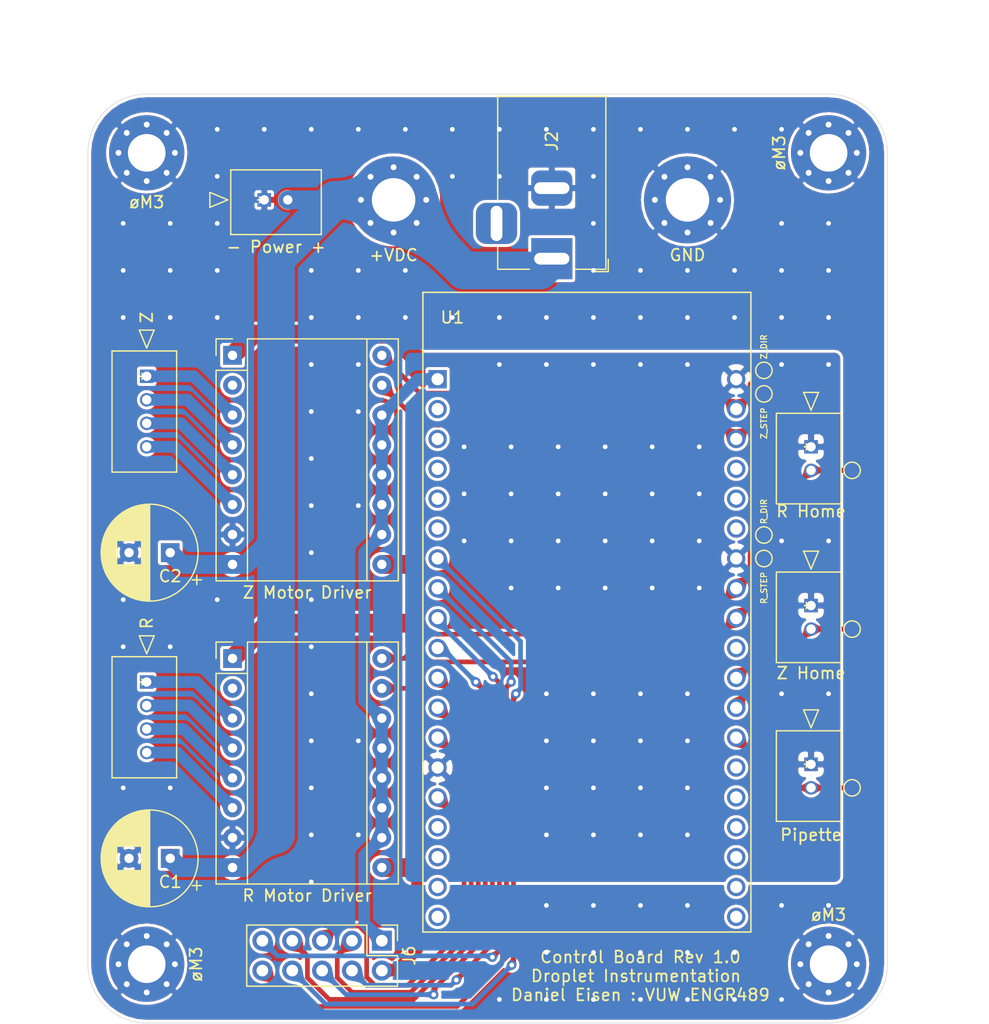
<source format=kicad_pcb>
(kicad_pcb (version 20171130) (host pcbnew 5.1.11)
  (layers (0 F.Cu signal) (31 B.Cu signal) (34 B.Paste user) (35 F.Paste user) (36 B.SilkS user) (37 F.SilkS user) (38 B.Mask user) (39 F.Mask user) (44 Edge.Cuts user))
  (net 0 "")
  (net 1 +VDC)
  (net 2 GND)
  (net 3 +3V3)
  (net 4 "Net-(A1-Pad6)")
  (net 5 "Net-(A1-Pad5)")
  (net 6 "Net-(A1-Pad4)")
  (net 7 "Net-(A1-Pad3)")
  (net 8 "Net-(A1-Pad2)")
  (net 9 GNDD)
  (net 10 "Net-(A2-Pad6)")
  (net 11 "Net-(A2-Pad5)")
  (net 12 "Net-(A2-Pad4)")
  (net 13 "Net-(A2-Pad3)")
  (net 14 "Net-(A2-Pad2)")
  (net 15 "Net-(U1-Pad38)")
  (net 16 "Net-(U1-Pad37)")
  (net 17 "Net-(U1-Pad36)")
  (net 18 "Net-(U1-Pad35)")
  (net 19 "Net-(U1-Pad34)")
  (net 20 "Net-(U1-Pad33)")
  (net 21 "Net-(U1-Pad29)")
  (net 22 "Net-(U1-Pad25)")
  (net 23 "Net-(U1-Pad24)")
  (net 24 "Net-(U1-Pad23)")
  (net 25 "Net-(U1-Pad18)")
  (net 26 "Net-(U1-Pad17)")
  (net 27 "Net-(U1-Pad16)")
  (net 28 "Net-(U1-Pad6)")
  (net 29 "Net-(U1-Pad5)")
  (net 30 "Net-(U1-Pad4)")
  (net 31 "Net-(U1-Pad3)")
  (net 32 "Net-(U1-Pad19)")
  (net 33 "Net-(U1-Pad2)")
  (net 34 /R_DIR)
  (net 35 /R_STEP)
  (net 36 /Z_DIR)
  (net 37 /Z_STEP)
  (net 38 /R_LIM)
  (net 39 /Z_LIM)
  (net 40 /PIP_TRIG)
  (net 41 /IO33)
  (net 42 /IO25)
  (net 43 /IO32)
  (net 44 /IO14)
  (net 45 /IO27)
  (net 46 /IO13)
  (net 47 /IO26)
  (net 48 /IO12)
  (module TestPoint:TestPoint_Pad_D1.0mm (layer F.Cu) (at 261 98 90)
    (fp_text reference TP7)
    (fp_text value R_LIM)
    (pad 1 smd circle (at 0 0 90) (size 1 1) (layers F.Cu F.Mask) (net 38 /R_LIM))
  )
  (module TestPoint:TestPoint_Pad_D1.0mm (layer F.Cu) (at 261 111.5 90)
    (fp_text reference TP6)
    (fp_text value Z_LIM)
    (pad 1 smd circle (at 0 0 90) (size 1 1) (layers F.Cu F.Mask) (net 39 /Z_LIM))
  )
  (module TestPoint:TestPoint_Pad_D1.0mm (layer F.Cu) (at 261 125 90)
    (fp_text reference TP5)
    (fp_text value PIP_TRIG)
    (pad 1 smd circle (at 0 0 90) (size 1 1) (layers F.Cu F.Mask) (net 40 /PIP_TRIG))
  )
  (module TestPoint:TestPoint_Pad_D1.0mm (layer F.Cu) (at 253.5 103.5)
    (fp_text reference TP4)
    (fp_text value R_DIR (at 0 -2 90) (layer F.SilkS) (effects (font (size 0.5 0.5) (thickness 0.1))))
    (pad 1 smd circle (at 0 0) (size 1 1) (layers F.Cu F.Mask) (net 34 /R_DIR))
  )
  (module TestPoint:TestPoint_Pad_D1.0mm (layer F.Cu) (at 253.5 105.5)
    (fp_text reference TP3)
    (fp_text value R_STEP (at 0 2.5 90) (layer F.SilkS) (effects (font (size 0.5 0.5) (thickness 0.1))))
    (pad 1 smd circle (at 0 0) (size 1 1) (layers F.Cu F.Mask) (net 35 /R_STEP))
  )
  (module TestPoint:TestPoint_Pad_D1.0mm (layer F.Cu) (at 253.5 89.5 180)
    (fp_text reference TP2)
    (fp_text value Z_DIR (at 0 2 90) (layer F.SilkS) (effects (font (size 0.5 0.5) (thickness 0.1))))
    (pad 1 smd circle (at 0 0 180) (size 1 1) (layers F.Cu F.Mask) (net 36 /Z_DIR))
  )
  (module TestPoint:TestPoint_Pad_D1.0mm (layer F.Cu) (at 253.5 91.5)
    (fp_text reference TP1)
    (fp_text value Z_STEP (at 0 2.5 90) (layer F.SilkS) (effects (font (size 0.5 0.5) (thickness 0.1))))
    (pad 1 smd circle (at 0 0) (size 1 1) (layers F.Cu F.Mask) (net 37 /Z_STEP))
  )
  (module Connector_PinHeader_2.54mm:PinHeader_2x05_P2.54mm_Vertical (layer F.Cu) (at 221 138 270)
    (fp_text reference J6 (at 1.27 -2.33 90) (layer F.SilkS))
    (fp_text value EXP)
    (pad 1 thru_hole rect (at 0 0 270) (size 1.7 1.7) (drill 1) (layers *.Cu *.Mask) (net 3 +3V3))
    (pad 2 thru_hole oval (at 2.54 0 270) (size 1.7 1.7) (drill 1) (layers *.Cu *.Mask) (net 9 GNDD))
    (pad 3 thru_hole oval (at 0 2.54 270) (size 1.7 1.7) (drill 1) (layers *.Cu *.Mask) (net 48 /IO12))
    (pad 4 thru_hole oval (at 2.54 2.54 270) (size 1.7 1.7) (drill 1) (layers *.Cu *.Mask) (net 47 /IO26))
    (pad 5 thru_hole oval (at 0 5.08 270) (size 1.7 1.7) (drill 1) (layers *.Cu *.Mask) (net 46 /IO13))
    (pad 6 thru_hole oval (at 2.54 5.08 270) (size 1.7 1.7) (drill 1) (layers *.Cu *.Mask) (net 45 /IO27))
    (pad 7 thru_hole oval (at 0 7.62 270) (size 1.7 1.7) (drill 1) (layers *.Cu *.Mask) (net 44 /IO14))
    (pad 8 thru_hole oval (at 2.54 7.62 270) (size 1.7 1.7) (drill 1) (layers *.Cu *.Mask) (net 43 /IO32))
    (pad 9 thru_hole oval (at 0 10.16 270) (size 1.7 1.7) (drill 1) (layers *.Cu *.Mask) (net 42 /IO25))
    (pad 10 thru_hole oval (at 2.54 10.16 270) (size 1.7 1.7) (drill 1) (layers *.Cu *.Mask) (net 41 /IO33))
  )
  (module MountingHole:MountingHole_3.2mm_M3_Pad_Via (layer F.Cu) (at 259 71 270)
    (fp_text reference H6)
    (fp_text value øM3 (at 0 4.2 90) (layer F.SilkS))
    (pad 1 thru_hole circle (at 0 0 270) (size 6.4 6.4) (drill 3.2) (layers *.Cu *.Mask) (net 2 GND))
    (pad 1 thru_hole circle (at 2.4 0 270) (size 0.8 0.8) (drill 0.5) (layers *.Cu *.Mask) (net 2 GND))
    (pad 1 thru_hole circle (at 1.697056 1.697056 270) (size 0.8 0.8) (drill 0.5) (layers *.Cu *.Mask) (net 2 GND))
    (pad 1 thru_hole circle (at 0 2.4 270) (size 0.8 0.8) (drill 0.5) (layers *.Cu *.Mask) (net 2 GND))
    (pad 1 thru_hole circle (at -1.697056 1.697056 270) (size 0.8 0.8) (drill 0.5) (layers *.Cu *.Mask) (net 2 GND))
    (pad 1 thru_hole circle (at -2.4 0 270) (size 0.8 0.8) (drill 0.5) (layers *.Cu *.Mask) (net 2 GND))
    (pad 1 thru_hole circle (at -1.697056 -1.697056 270) (size 0.8 0.8) (drill 0.5) (layers *.Cu *.Mask) (net 2 GND))
    (pad 1 thru_hole circle (at 0 -2.4 270) (size 0.8 0.8) (drill 0.5) (layers *.Cu *.Mask) (net 2 GND))
    (pad 1 thru_hole circle (at 1.697056 -1.697056 270) (size 0.8 0.8) (drill 0.5) (layers *.Cu *.Mask) (net 2 GND))
  )
  (module MountingHole:MountingHole_3.2mm_M3_Pad_Via (layer F.Cu) (at 259 140 180)
    (fp_text reference H5)
    (fp_text value øM3 (at 0 4.2) (layer F.SilkS))
    (pad 1 thru_hole circle (at 0 0 180) (size 6.4 6.4) (drill 3.2) (layers *.Cu *.Mask) (net 2 GND))
    (pad 1 thru_hole circle (at 2.4 0 180) (size 0.8 0.8) (drill 0.5) (layers *.Cu *.Mask) (net 2 GND))
    (pad 1 thru_hole circle (at 1.697056 1.697056 180) (size 0.8 0.8) (drill 0.5) (layers *.Cu *.Mask) (net 2 GND))
    (pad 1 thru_hole circle (at 0 2.4 180) (size 0.8 0.8) (drill 0.5) (layers *.Cu *.Mask) (net 2 GND))
    (pad 1 thru_hole circle (at -1.697056 1.697056 180) (size 0.8 0.8) (drill 0.5) (layers *.Cu *.Mask) (net 2 GND))
    (pad 1 thru_hole circle (at -2.4 0 180) (size 0.8 0.8) (drill 0.5) (layers *.Cu *.Mask) (net 2 GND))
    (pad 1 thru_hole circle (at -1.697056 -1.697056 180) (size 0.8 0.8) (drill 0.5) (layers *.Cu *.Mask) (net 2 GND))
    (pad 1 thru_hole circle (at 0 -2.4 180) (size 0.8 0.8) (drill 0.5) (layers *.Cu *.Mask) (net 2 GND))
    (pad 1 thru_hole circle (at 1.697056 -1.697056 180) (size 0.8 0.8) (drill 0.5) (layers *.Cu *.Mask) (net 2 GND))
  )
  (module MountingHole:MountingHole_3.2mm_M3_Pad_Via (layer F.Cu) (at 201 71)
    (fp_text reference H4)
    (fp_text value øM3 (at 0 4.2) (layer F.SilkS))
    (pad 1 thru_hole circle (at 0 0) (size 6.4 6.4) (drill 3.2) (layers *.Cu *.Mask) (net 2 GND))
    (pad 1 thru_hole circle (at 2.4 0) (size 0.8 0.8) (drill 0.5) (layers *.Cu *.Mask) (net 2 GND))
    (pad 1 thru_hole circle (at 1.697056 1.697056) (size 0.8 0.8) (drill 0.5) (layers *.Cu *.Mask) (net 2 GND))
    (pad 1 thru_hole circle (at 0 2.4) (size 0.8 0.8) (drill 0.5) (layers *.Cu *.Mask) (net 2 GND))
    (pad 1 thru_hole circle (at -1.697056 1.697056) (size 0.8 0.8) (drill 0.5) (layers *.Cu *.Mask) (net 2 GND))
    (pad 1 thru_hole circle (at -2.4 0) (size 0.8 0.8) (drill 0.5) (layers *.Cu *.Mask) (net 2 GND))
    (pad 1 thru_hole circle (at -1.697056 -1.697056) (size 0.8 0.8) (drill 0.5) (layers *.Cu *.Mask) (net 2 GND))
    (pad 1 thru_hole circle (at 0 -2.4) (size 0.8 0.8) (drill 0.5) (layers *.Cu *.Mask) (net 2 GND))
    (pad 1 thru_hole circle (at 1.697056 -1.697056) (size 0.8 0.8) (drill 0.5) (layers *.Cu *.Mask) (net 2 GND))
  )
  (module MountingHole:MountingHole_3.2mm_M3_Pad_Via (layer F.Cu) (at 201 140 90)
    (fp_text reference H3)
    (fp_text value øM3 (at 0 4.2 90) (layer F.SilkS))
    (pad 1 thru_hole circle (at 0 0 90) (size 6.4 6.4) (drill 3.2) (layers *.Cu *.Mask) (net 2 GND))
    (pad 1 thru_hole circle (at 2.4 0 90) (size 0.8 0.8) (drill 0.5) (layers *.Cu *.Mask) (net 2 GND))
    (pad 1 thru_hole circle (at 1.697056 1.697056 90) (size 0.8 0.8) (drill 0.5) (layers *.Cu *.Mask) (net 2 GND))
    (pad 1 thru_hole circle (at 0 2.4 90) (size 0.8 0.8) (drill 0.5) (layers *.Cu *.Mask) (net 2 GND))
    (pad 1 thru_hole circle (at -1.697056 1.697056 90) (size 0.8 0.8) (drill 0.5) (layers *.Cu *.Mask) (net 2 GND))
    (pad 1 thru_hole circle (at -2.4 0 90) (size 0.8 0.8) (drill 0.5) (layers *.Cu *.Mask) (net 2 GND))
    (pad 1 thru_hole circle (at -1.697056 -1.697056 90) (size 0.8 0.8) (drill 0.5) (layers *.Cu *.Mask) (net 2 GND))
    (pad 1 thru_hole circle (at 0 -2.4 90) (size 0.8 0.8) (drill 0.5) (layers *.Cu *.Mask) (net 2 GND))
    (pad 1 thru_hole circle (at 1.697056 -1.697056 90) (size 0.8 0.8) (drill 0.5) (layers *.Cu *.Mask) (net 2 GND))
  )
  (module MountingHole:MountingHole_3.7mm_Pad_Via (layer F.Cu) (at 247 75)
    (fp_text reference H2)
    (fp_text value GND (at 0 4.7) (layer F.SilkS))
    (pad 1 thru_hole circle (at 0 0) (size 7.4 7.4) (drill 3.7) (layers *.Cu *.Mask) (net 2 GND))
    (pad 1 thru_hole circle (at 2.775 0) (size 0.8 0.8) (drill 0.5) (layers *.Cu *.Mask) (net 2 GND))
    (pad 1 thru_hole circle (at 1.962221 1.962221) (size 0.8 0.8) (drill 0.5) (layers *.Cu *.Mask) (net 2 GND))
    (pad 1 thru_hole circle (at 0 2.775) (size 0.8 0.8) (drill 0.5) (layers *.Cu *.Mask) (net 2 GND))
    (pad 1 thru_hole circle (at -1.962221 1.962221) (size 0.8 0.8) (drill 0.5) (layers *.Cu *.Mask) (net 2 GND))
    (pad 1 thru_hole circle (at -2.775 0) (size 0.8 0.8) (drill 0.5) (layers *.Cu *.Mask) (net 2 GND))
    (pad 1 thru_hole circle (at -1.962221 -1.962221) (size 0.8 0.8) (drill 0.5) (layers *.Cu *.Mask) (net 2 GND))
    (pad 1 thru_hole circle (at 0 -2.775) (size 0.8 0.8) (drill 0.5) (layers *.Cu *.Mask) (net 2 GND))
    (pad 1 thru_hole circle (at 1.962221 -1.962221) (size 0.8 0.8) (drill 0.5) (layers *.Cu *.Mask) (net 2 GND))
  )
  (module MountingHole:MountingHole_3.7mm_Pad_Via (layer F.Cu) (at 222 75)
    (fp_text reference H1)
    (fp_text value +VDC (at 0 4.7) (layer F.SilkS))
    (pad 1 thru_hole circle (at 0 0) (size 7.4 7.4) (drill 3.7) (layers *.Cu *.Mask) (net 1 +VDC))
    (pad 1 thru_hole circle (at 2.775 0) (size 0.8 0.8) (drill 0.5) (layers *.Cu *.Mask) (net 1 +VDC))
    (pad 1 thru_hole circle (at 1.962221 1.962221) (size 0.8 0.8) (drill 0.5) (layers *.Cu *.Mask) (net 1 +VDC))
    (pad 1 thru_hole circle (at 0 2.775) (size 0.8 0.8) (drill 0.5) (layers *.Cu *.Mask) (net 1 +VDC))
    (pad 1 thru_hole circle (at -1.962221 1.962221) (size 0.8 0.8) (drill 0.5) (layers *.Cu *.Mask) (net 1 +VDC))
    (pad 1 thru_hole circle (at -2.775 0) (size 0.8 0.8) (drill 0.5) (layers *.Cu *.Mask) (net 1 +VDC))
    (pad 1 thru_hole circle (at -1.962221 -1.962221) (size 0.8 0.8) (drill 0.5) (layers *.Cu *.Mask) (net 1 +VDC))
    (pad 1 thru_hole circle (at 0 -2.775) (size 0.8 0.8) (drill 0.5) (layers *.Cu *.Mask) (net 1 +VDC))
    (pad 1 thru_hole circle (at 1.962221 -1.962221) (size 0.8 0.8) (drill 0.5) (layers *.Cu *.Mask) (net 1 +VDC))
  )
  (module molex_sherlock:molex_sherlock_vrthdr_4pin (layer F.Cu) (at 201 90 90)
    (fp_text reference M2)
    (fp_text value Z (at 5 0 90) (layer F.SilkS))
    (fp_text user * (at 0 0 90) (layer F.SilkS))
    (pad 1 thru_hole rect (at 0 0 90) (size 1.15 1.15) (drill 0.8) (layers *.Cu *.Mask) (net 13 "Net-(A2-Pad3)"))
    (pad 2 thru_hole circle (at -2.000001 0 90) (size 1.15 1.15) (drill 0.8) (layers *.Cu *.Mask) (net 12 "Net-(A2-Pad4)"))
    (pad 3 thru_hole circle (at -4 0 90) (size 1.15 1.15) (drill 0.8) (layers *.Cu *.Mask) (net 11 "Net-(A2-Pad5)"))
    (pad 4 thru_hole circle (at -6.000001 0 90) (size 1.15 1.15) (drill 0.8) (layers *.Cu *.Mask) (net 10 "Net-(A2-Pad6)"))
  )
  (module molex_sherlock:molex_sherlock_vrthdr_4pin (layer F.Cu) (at 201 116 90)
    (fp_text reference M1)
    (fp_text value R (at 4.999999 0 90) (layer F.SilkS))
    (fp_text user * (at 0 0 90) (layer F.SilkS))
    (pad 1 thru_hole rect (at 0 0 90) (size 1.15 1.15) (drill 0.8) (layers *.Cu *.Mask) (net 7 "Net-(A1-Pad3)"))
    (pad 2 thru_hole circle (at -2.000001 0 90) (size 1.15 1.15) (drill 0.8) (layers *.Cu *.Mask) (net 6 "Net-(A1-Pad4)"))
    (pad 3 thru_hole circle (at -4 0 90) (size 1.15 1.15) (drill 0.8) (layers *.Cu *.Mask) (net 5 "Net-(A1-Pad5)"))
    (pad 4 thru_hole circle (at -6.000001 0 90) (size 1.15 1.15) (drill 0.8) (layers *.Cu *.Mask) (net 4 "Net-(A1-Pad6)"))
  )
  (module molex_sherlock:molex_sherlock_vrthdr_2pin (layer F.Cu) (at 211 75 180)
    (fp_text reference J1)
    (fp_text value "- Power +" (at -1 -4) (layer F.SilkS))
    (fp_text user * (at 0 0 90) (layer F.SilkS))
    (pad 1 thru_hole rect (at 0 0 180) (size 1.15 1.15) (drill 0.8) (layers *.Cu *.Mask) (net 2 GND))
    (pad 2 thru_hole circle (at -2.000001 0 180) (size 1.15 1.15) (drill 0.8) (layers *.Cu *.Mask) (net 1 +VDC))
  )
  (module molex_sherlock:molex_sherlock_vrthdr_2pin (layer F.Cu) (at 257.510001 109.5 90)
    (fp_text reference J5)
    (fp_text value "Z Home" (at -5.745667 0 180) (layer F.SilkS))
    (fp_text user * (at 0 0 90) (layer F.SilkS))
    (pad 1 thru_hole rect (at 0 0 90) (size 1.15 1.15) (drill 0.8) (layers *.Cu *.Mask) (net 9 GNDD))
    (pad 2 thru_hole circle (at -2.000001 0 90) (size 1.15 1.15) (drill 0.8) (layers *.Cu *.Mask) (net 39 /Z_LIM))
  )
  (module molex_sherlock:molex_sherlock_vrthdr_2pin (layer F.Cu) (at 257.510001 96 90)
    (fp_text reference J4)
    (fp_text value "R Home" (at -5.491334 0) (layer F.SilkS))
    (fp_text user * (at 0 0 90) (layer F.SilkS))
    (pad 1 thru_hole rect (at 0 0 90) (size 1.15 1.15) (drill 0.8) (layers *.Cu *.Mask) (net 9 GNDD))
    (pad 2 thru_hole circle (at -2.000001 0 90) (size 1.15 1.15) (drill 0.8) (layers *.Cu *.Mask) (net 38 /R_LIM))
  )
  (module molex_sherlock:molex_sherlock_vrthdr_2pin (layer F.Cu) (at 257.510001 123 90)
    (fp_text reference J3)
    (fp_text value Pipette (at -6 0 180) (layer F.SilkS))
    (fp_text user * (at 0 0 90) (layer F.SilkS))
    (pad 1 thru_hole rect (at 0 0 90) (size 1.15 1.15) (drill 0.8) (layers *.Cu *.Mask) (net 9 GNDD))
    (pad 2 thru_hole circle (at -2.000001 0 90) (size 1.15 1.15) (drill 0.8) (layers *.Cu *.Mask) (net 40 /PIP_TRIG))
  )
  (module Module:Pololu_Breakout-16_15.2x20.3mm (layer F.Cu) (at 208.3 88.22)
    (fp_text reference A2)
    (fp_text value "Z Motor Driver" (at 6.35 20.17) (layer F.SilkS))
    (pad 1 thru_hole rect (at 0 0) (size 1.6 1.6) (drill 0.8) (layers *.Cu *.Mask) (net 9 GNDD))
    (pad 9 thru_hole oval (at 12.7 17.78) (size 1.6 1.6) (drill 0.8) (layers *.Cu *.Mask) (net 9 GNDD))
    (pad 2 thru_hole oval (at 0 2.54) (size 1.6 1.6) (drill 0.8) (layers *.Cu *.Mask) (net 14 "Net-(A2-Pad2)"))
    (pad 10 thru_hole oval (at 12.7 15.24) (size 1.6 1.6) (drill 0.8) (layers *.Cu *.Mask) (net 3 +3V3))
    (pad 3 thru_hole oval (at 0 5.08) (size 1.6 1.6) (drill 0.8) (layers *.Cu *.Mask) (net 13 "Net-(A2-Pad3)"))
    (pad 11 thru_hole oval (at 12.7 12.7) (size 1.6 1.6) (drill 0.8) (layers *.Cu *.Mask) (net 3 +3V3))
    (pad 4 thru_hole oval (at 0 7.62) (size 1.6 1.6) (drill 0.8) (layers *.Cu *.Mask) (net 12 "Net-(A2-Pad4)"))
    (pad 12 thru_hole oval (at 12.7 10.16) (size 1.6 1.6) (drill 0.8) (layers *.Cu *.Mask) (net 3 +3V3))
    (pad 5 thru_hole oval (at 0 10.16) (size 1.6 1.6) (drill 0.8) (layers *.Cu *.Mask) (net 11 "Net-(A2-Pad5)"))
    (pad 13 thru_hole oval (at 12.7 7.62) (size 1.6 1.6) (drill 0.8) (layers *.Cu *.Mask) (net 3 +3V3))
    (pad 6 thru_hole oval (at 0 12.7) (size 1.6 1.6) (drill 0.8) (layers *.Cu *.Mask) (net 10 "Net-(A2-Pad6)"))
    (pad 14 thru_hole oval (at 12.7 5.08) (size 1.6 1.6) (drill 0.8) (layers *.Cu *.Mask) (net 3 +3V3))
    (pad 7 thru_hole oval (at 0 15.24) (size 1.6 1.6) (drill 0.8) (layers *.Cu *.Mask) (net 2 GND))
    (pad 15 thru_hole oval (at 12.7 2.54) (size 1.6 1.6) (drill 0.8) (layers *.Cu *.Mask) (net 37 /Z_STEP))
    (pad 8 thru_hole oval (at 0 17.78) (size 1.6 1.6) (drill 0.8) (layers *.Cu *.Mask) (net 1 +VDC))
    (pad 16 thru_hole oval (at 12.7 0) (size 1.6 1.6) (drill 0.8) (layers *.Cu *.Mask) (net 36 /Z_DIR))
  )
  (module MODULE_ESP32-DEVKITC-32D:MODULE_ESP32-DEVKITC-32D (layer F.Cu) (at 238.444 110.012)
    (fp_text reference U1 (at -11.444 -25.012) (layer F.SilkS) (effects (font (size 1.000386 1.000386))))
    (fp_text value ESP32-DEVKITC-32D)
    (pad 1 thru_hole rect (at -12.7 -19.76) (size 1.56 1.56) (drill 1.04) (layers *.Cu *.Mask) (net 3 +3V3))
    (pad 2 thru_hole circle (at -12.7 -17.22) (size 1.56 1.56) (drill 1.04) (layers *.Cu *.Mask) (net 33 "Net-(U1-Pad2)"))
    (pad 19 thru_hole circle (at -12.7 25.96) (size 1.56 1.56) (drill 1.04) (layers *.Cu *.Mask) (net 32 "Net-(U1-Pad19)"))
    (pad 3 thru_hole circle (at -12.7 -14.68) (size 1.56 1.56) (drill 1.04) (layers *.Cu *.Mask) (net 31 "Net-(U1-Pad3)"))
    (pad 4 thru_hole circle (at -12.7 -12.14) (size 1.56 1.56) (drill 1.04) (layers *.Cu *.Mask) (net 30 "Net-(U1-Pad4)"))
    (pad 5 thru_hole circle (at -12.7 -9.6) (size 1.56 1.56) (drill 1.04) (layers *.Cu *.Mask) (net 29 "Net-(U1-Pad5)"))
    (pad 6 thru_hole circle (at -12.7 -7.06) (size 1.56 1.56) (drill 1.04) (layers *.Cu *.Mask) (net 28 "Net-(U1-Pad6)"))
    (pad 7 thru_hole circle (at -12.7 -4.52) (size 1.56 1.56) (drill 1.04) (layers *.Cu *.Mask) (net 43 /IO32))
    (pad 8 thru_hole circle (at -12.7 -1.98) (size 1.56 1.56) (drill 1.04) (layers *.Cu *.Mask) (net 41 /IO33))
    (pad 9 thru_hole circle (at -12.7 0.56) (size 1.56 1.56) (drill 1.04) (layers *.Cu *.Mask) (net 42 /IO25))
    (pad 10 thru_hole circle (at -12.7 3.1) (size 1.56 1.56) (drill 1.04) (layers *.Cu *.Mask) (net 47 /IO26))
    (pad 11 thru_hole circle (at -12.7 5.64) (size 1.56 1.56) (drill 1.04) (layers *.Cu *.Mask) (net 45 /IO27))
    (pad 12 thru_hole circle (at -12.7 8.18) (size 1.56 1.56) (drill 1.04) (layers *.Cu *.Mask) (net 44 /IO14))
    (pad 13 thru_hole circle (at -12.7 10.72) (size 1.56 1.56) (drill 1.04) (layers *.Cu *.Mask) (net 48 /IO12))
    (pad 14 thru_hole circle (at -12.7 13.26) (size 1.56 1.56) (drill 1.04) (layers *.Cu *.Mask) (net 9 GNDD))
    (pad 15 thru_hole circle (at -12.7 15.8) (size 1.56 1.56) (drill 1.04) (layers *.Cu *.Mask) (net 46 /IO13))
    (pad 16 thru_hole circle (at -12.7 18.34) (size 1.56 1.56) (drill 1.04) (layers *.Cu *.Mask) (net 27 "Net-(U1-Pad16)"))
    (pad 17 thru_hole circle (at -12.7 20.88) (size 1.56 1.56) (drill 1.04) (layers *.Cu *.Mask) (net 26 "Net-(U1-Pad17)"))
    (pad 18 thru_hole circle (at -12.7 23.42) (size 1.56 1.56) (drill 1.04) (layers *.Cu *.Mask) (net 25 "Net-(U1-Pad18)"))
    (pad 20 thru_hole circle (at 12.7 -19.76) (size 1.56 1.56) (drill 1.04) (layers *.Cu *.Mask) (net 9 GNDD))
    (pad 21 thru_hole circle (at 12.7 -17.22) (size 1.56 1.56) (drill 1.04) (layers *.Cu *.Mask) (net 36 /Z_DIR))
    (pad 22 thru_hole circle (at 12.7 -14.68) (size 1.56 1.56) (drill 1.04) (layers *.Cu *.Mask) (net 37 /Z_STEP))
    (pad 23 thru_hole circle (at 12.7 -12.14) (size 1.56 1.56) (drill 1.04) (layers *.Cu *.Mask) (net 24 "Net-(U1-Pad23)"))
    (pad 24 thru_hole circle (at 12.7 -9.6) (size 1.56 1.56) (drill 1.04) (layers *.Cu *.Mask) (net 23 "Net-(U1-Pad24)"))
    (pad 25 thru_hole circle (at 12.7 -7.06) (size 1.56 1.56) (drill 1.04) (layers *.Cu *.Mask) (net 22 "Net-(U1-Pad25)"))
    (pad 26 thru_hole circle (at 12.7 -4.52) (size 1.56 1.56) (drill 1.04) (layers *.Cu *.Mask) (net 9 GNDD))
    (pad 27 thru_hole circle (at 12.7 -1.98) (size 1.56 1.56) (drill 1.04) (layers *.Cu *.Mask) (net 34 /R_DIR))
    (pad 28 thru_hole circle (at 12.7 0.56) (size 1.56 1.56) (drill 1.04) (layers *.Cu *.Mask) (net 35 /R_STEP))
    (pad 29 thru_hole circle (at 12.7 3.1) (size 1.56 1.56) (drill 1.04) (layers *.Cu *.Mask) (net 21 "Net-(U1-Pad29)"))
    (pad 30 thru_hole circle (at 12.7 5.64) (size 1.56 1.56) (drill 1.04) (layers *.Cu *.Mask) (net 38 /R_LIM))
    (pad 31 thru_hole circle (at 12.7 8.18) (size 1.56 1.56) (drill 1.04) (layers *.Cu *.Mask) (net 39 /Z_LIM))
    (pad 32 thru_hole circle (at 12.7 10.72) (size 1.56 1.56) (drill 1.04) (layers *.Cu *.Mask) (net 40 /PIP_TRIG))
    (pad 33 thru_hole circle (at 12.7 13.26) (size 1.56 1.56) (drill 1.04) (layers *.Cu *.Mask) (net 20 "Net-(U1-Pad33)"))
    (pad 34 thru_hole circle (at 12.7 15.8) (size 1.56 1.56) (drill 1.04) (layers *.Cu *.Mask) (net 19 "Net-(U1-Pad34)"))
    (pad 35 thru_hole circle (at 12.7 18.34) (size 1.56 1.56) (drill 1.04) (layers *.Cu *.Mask) (net 18 "Net-(U1-Pad35)"))
    (pad 36 thru_hole circle (at 12.7 20.88) (size 1.56 1.56) (drill 1.04) (layers *.Cu *.Mask) (net 17 "Net-(U1-Pad36)"))
    (pad 37 thru_hole circle (at 12.7 23.42) (size 1.56 1.56) (drill 1.04) (layers *.Cu *.Mask) (net 16 "Net-(U1-Pad37)"))
    (pad 38 thru_hole circle (at 12.7 25.96) (size 1.56 1.56) (drill 1.04) (layers *.Cu *.Mask) (net 15 "Net-(U1-Pad38)"))
  )
  (module Connector_BarrelJack:BarrelJack_Horizontal (layer F.Cu) (at 235.4575 80 270)
    (fp_text reference J2 (at -10 0 90) (layer F.SilkS))
    (fp_text value Barrel_Jack)
    (pad 1 thru_hole rect (at 0 0 270) (size 3.5 3.5) (drill oval 1 3) (layers *.Cu *.Mask) (net 1 +VDC))
    (pad 2 thru_hole roundrect (at -6 0 270) (size 3 3.5) (drill oval 1 3) (layers *.Cu *.Mask) (net 2 GND))
    (pad 3 thru_hole roundrect (at -3 4.7 270) (size 3.5 3.5) (drill oval 3 1) (layers *.Cu *.Mask))
  )
  (module Capacitor_THT:CP_Radial_D8.0mm_P3.50mm (layer F.Cu) (at 203 105 180)
    (fp_text reference C2 (at 0 -2) (layer F.SilkS))
    (fp_text value 100u)
    (pad 1 thru_hole rect (at 0 0 180) (size 1.6 1.6) (drill 0.8) (layers *.Cu *.Mask) (net 1 +VDC))
    (pad 2 thru_hole circle (at 3.5 0 180) (size 1.6 1.6) (drill 0.8) (layers *.Cu *.Mask) (net 2 GND))
  )
  (module Capacitor_THT:CP_Radial_D8.0mm_P3.50mm (layer F.Cu) (at 203 131 180)
    (fp_text reference C1 (at 0 -2) (layer F.SilkS))
    (fp_text value 100u)
    (pad 1 thru_hole rect (at 0 0 180) (size 1.6 1.6) (drill 0.8) (layers *.Cu *.Mask) (net 1 +VDC))
    (pad 2 thru_hole circle (at 3.5 0 180) (size 1.6 1.6) (drill 0.8) (layers *.Cu *.Mask) (net 2 GND))
  )
  (module Module:Pololu_Breakout-16_15.2x20.3mm (layer F.Cu) (at 208.3 114)
    (fp_text reference A1)
    (fp_text value "R Motor Driver" (at 6.35 20.17) (layer F.SilkS))
    (pad 1 thru_hole rect (at 0 0) (size 1.6 1.6) (drill 0.8) (layers *.Cu *.Mask) (net 9 GNDD))
    (pad 9 thru_hole oval (at 12.7 17.78) (size 1.6 1.6) (drill 0.8) (layers *.Cu *.Mask) (net 9 GNDD))
    (pad 2 thru_hole oval (at 0 2.54) (size 1.6 1.6) (drill 0.8) (layers *.Cu *.Mask) (net 8 "Net-(A1-Pad2)"))
    (pad 10 thru_hole oval (at 12.7 15.24) (size 1.6 1.6) (drill 0.8) (layers *.Cu *.Mask) (net 3 +3V3))
    (pad 3 thru_hole oval (at 0 5.08) (size 1.6 1.6) (drill 0.8) (layers *.Cu *.Mask) (net 7 "Net-(A1-Pad3)"))
    (pad 11 thru_hole oval (at 12.7 12.7) (size 1.6 1.6) (drill 0.8) (layers *.Cu *.Mask) (net 3 +3V3))
    (pad 4 thru_hole oval (at 0 7.62) (size 1.6 1.6) (drill 0.8) (layers *.Cu *.Mask) (net 6 "Net-(A1-Pad4)"))
    (pad 12 thru_hole oval (at 12.7 10.16) (size 1.6 1.6) (drill 0.8) (layers *.Cu *.Mask) (net 3 +3V3))
    (pad 5 thru_hole oval (at 0 10.16) (size 1.6 1.6) (drill 0.8) (layers *.Cu *.Mask) (net 5 "Net-(A1-Pad5)"))
    (pad 13 thru_hole oval (at 12.7 7.62) (size 1.6 1.6) (drill 0.8) (layers *.Cu *.Mask) (net 3 +3V3))
    (pad 6 thru_hole oval (at 0 12.7) (size 1.6 1.6) (drill 0.8) (layers *.Cu *.Mask) (net 4 "Net-(A1-Pad6)"))
    (pad 14 thru_hole oval (at 12.7 5.08) (size 1.6 1.6) (drill 0.8) (layers *.Cu *.Mask) (net 3 +3V3))
    (pad 7 thru_hole oval (at 0 15.24) (size 1.6 1.6) (drill 0.8) (layers *.Cu *.Mask) (net 2 GND))
    (pad 15 thru_hole oval (at 12.7 2.54) (size 1.6 1.6) (drill 0.8) (layers *.Cu *.Mask) (net 35 /R_STEP))
    (pad 8 thru_hole oval (at 0 17.78) (size 1.6 1.6) (drill 0.8) (layers *.Cu *.Mask) (net 1 +VDC))
    (pad 16 thru_hole oval (at 12.7 0) (size 1.6 1.6) (drill 0.8) (layers *.Cu *.Mask) (net 34 /R_DIR))
  )
  (gr_text "Control Board Rev 1.0\nDroplet Instrumentation \nDaniel Eisen : VUW ENGR489" (at 243 141) (layer F.SilkS) (effects (font (size 1 1))))
  (gr_arc (start 201 140) (end 196 140) (angle -90) (layer Edge.Cuts) (width 0.05))
  (gr_arc (start 259 140) (end 259 145) (angle -90) (layer Edge.Cuts) (width 0.05))
  (gr_arc (start 259 71) (end 264 71) (angle -90) (layer Edge.Cuts) (width 0.05))
  (gr_line (start 201 66) (end 259 66) (layer Edge.Cuts) (width 0.05))
  (gr_line (start 196 140) (end 196 71) (layer Edge.Cuts) (width 0.05))
  (gr_arc (start 201 71) (end 201 66) (angle -90) (layer Edge.Cuts) (width 0.05))
  (gr_line (start 264 71) (end 264 140) (layer Edge.Cuts) (width 0.05))
  (gr_line (start 259 145) (end 201 145) (layer Edge.Cuts) (width 0.05))
  (segment (start 204 106) (end 203 105) (width 1.6) (layer B.Cu) (net 1))
  (segment (start 208.3 106) (end 204 106) (width 1.6) (layer B.Cu) (net 1))
  (segment (start 203.78 131.78) (end 203 131) (width 1.6) (layer B.Cu) (net 1))
  (segment (start 208.3 131.78) (end 203.78 131.78) (width 1.6) (layer B.Cu) (net 1))
  (segment (start 212 103.43137) (end 212 102) (width 1.6) (layer B.Cu) (net 1))
  (segment (start 209.43137 106) (end 212 103.43137) (width 1.6) (layer B.Cu) (net 1))
  (segment (start 208.3 106) (end 209.43137 106) (width 1.6) (layer B.Cu) (net 1))
  (segment (start 222 76) (end 222 75) (width 4) (layer B.Cu) (net 1))
  (segment (start 217 75) (end 222 75) (width 3.2) (layer B.Cu) (net 1))
  (segment (start 212 80) (end 217 75) (width 3.2) (layer B.Cu) (net 1))
  (segment (start 212 102) (end 212 80) (width 3.2) (layer B.Cu) (net 1))
  (segment (start 213.000001 75) (end 217 75) (width 1.6) (layer B.Cu) (net 1))
  (segment (start 222 75) (end 228 81) (width 3.2) (layer B.Cu) (net 1))
  (segment (start 234.4575 81) (end 235.4575 80) (width 3.2) (layer B.Cu) (net 1))
  (segment (start 228 81) (end 234.4575 81) (width 3.2) (layer B.Cu) (net 1))
  (segment (start 209.22 131.78) (end 212 129) (width 1.6) (layer B.Cu) (net 1))
  (segment (start 208.3 131.78) (end 209.22 131.78) (width 1.6) (layer B.Cu) (net 1))
  (segment (start 212 129) (end 212 102) (width 3.2) (layer B.Cu) (net 1))
  (via (at 235 135) (size 0.8) (drill 0.4) (layers F.Cu B.Cu) (net 2))
  (via (at 199 77) (size 0.8) (drill 0.4) (layers F.Cu B.Cu) (net 2))
  (via (at 239 135) (size 0.8) (drill 0.4) (layers F.Cu B.Cu) (net 2))
  (via (at 243 135) (size 0.8) (drill 0.4) (layers F.Cu B.Cu) (net 2))
  (via (at 247 135) (size 0.8) (drill 0.4) (layers F.Cu B.Cu) (net 2))
  (via (at 235 139) (size 0.8) (drill 0.4) (layers F.Cu B.Cu) (net 2))
  (via (at 239 139) (size 0.8) (drill 0.4) (layers F.Cu B.Cu) (net 2))
  (via (at 243 139) (size 0.8) (drill 0.4) (layers F.Cu B.Cu) (net 2))
  (via (at 247 139) (size 0.8) (drill 0.4) (layers F.Cu B.Cu) (net 2))
  (via (at 235 143) (size 0.8) (drill 0.4) (layers F.Cu B.Cu) (net 2))
  (via (at 239 143) (size 0.8) (drill 0.4) (layers F.Cu B.Cu) (net 2))
  (via (at 243 143) (size 0.8) (drill 0.4) (layers F.Cu B.Cu) (net 2))
  (via (at 247 143) (size 0.8) (drill 0.4) (layers F.Cu B.Cu) (net 2))
  (via (at 251 139) (size 0.8) (drill 0.4) (layers F.Cu B.Cu) (net 2))
  (via (at 251 143) (size 0.8) (drill 0.4) (layers F.Cu B.Cu) (net 2))
  (via (at 255 143) (size 0.8) (drill 0.4) (layers F.Cu B.Cu) (net 2))
  (via (at 231 143) (size 0.8) (drill 0.4) (layers F.Cu B.Cu) (net 2))
  (via (at 203 77) (size 0.8) (drill 0.4) (layers F.Cu B.Cu) (net 2))
  (via (at 207 77) (size 0.8) (drill 0.4) (layers F.Cu B.Cu) (net 2))
  (via (at 199 81) (size 0.8) (drill 0.4) (layers F.Cu B.Cu) (net 2))
  (via (at 203 81) (size 0.8) (drill 0.4) (layers F.Cu B.Cu) (net 2))
  (via (at 207 81) (size 0.8) (drill 0.4) (layers F.Cu B.Cu) (net 2))
  (via (at 199 85) (size 0.8) (drill 0.4) (layers F.Cu B.Cu) (net 2))
  (via (at 203 85) (size 0.8) (drill 0.4) (layers F.Cu B.Cu) (net 2))
  (via (at 207 85) (size 0.8) (drill 0.4) (layers F.Cu B.Cu) (net 2))
  (via (at 215 81) (size 0.8) (drill 0.4) (layers F.Cu B.Cu) (net 2))
  (via (at 219 81) (size 0.8) (drill 0.4) (layers F.Cu B.Cu) (net 2))
  (via (at 223 81) (size 0.8) (drill 0.4) (layers F.Cu B.Cu) (net 2))
  (via (at 223 85) (size 0.8) (drill 0.4) (layers F.Cu B.Cu) (net 2))
  (via (at 207 73) (size 0.8) (drill 0.4) (layers F.Cu B.Cu) (net 2))
  (via (at 207 69) (size 0.8) (drill 0.4) (layers F.Cu B.Cu) (net 2))
  (via (at 211 69) (size 0.8) (drill 0.4) (layers F.Cu B.Cu) (net 2))
  (via (at 215 69) (size 0.8) (drill 0.4) (layers F.Cu B.Cu) (net 2))
  (via (at 219 69) (size 0.8) (drill 0.4) (layers F.Cu B.Cu) (net 2))
  (via (at 227 85) (size 0.8) (drill 0.4) (layers F.Cu B.Cu) (net 2))
  (via (at 231 85) (size 0.8) (drill 0.4) (layers F.Cu B.Cu) (net 2))
  (via (at 235 85) (size 0.8) (drill 0.4) (layers F.Cu B.Cu) (net 2))
  (via (at 239 85) (size 0.8) (drill 0.4) (layers F.Cu B.Cu) (net 2))
  (via (at 239 81) (size 0.8) (drill 0.4) (layers F.Cu B.Cu) (net 2))
  (via (at 243 81) (size 0.8) (drill 0.4) (layers F.Cu B.Cu) (net 2))
  (via (at 243 85) (size 0.8) (drill 0.4) (layers F.Cu B.Cu) (net 2))
  (via (at 247 85) (size 0.8) (drill 0.4) (layers F.Cu B.Cu) (net 2))
  (via (at 247 81) (size 0.8) (drill 0.4) (layers F.Cu B.Cu) (net 2))
  (via (at 251 81) (size 0.8) (drill 0.4) (layers F.Cu B.Cu) (net 2))
  (via (at 251 85) (size 0.8) (drill 0.4) (layers F.Cu B.Cu) (net 2))
  (via (at 255 81) (size 0.8) (drill 0.4) (layers F.Cu B.Cu) (net 2))
  (via (at 255 85) (size 0.8) (drill 0.4) (layers F.Cu B.Cu) (net 2))
  (via (at 259 85) (size 0.8) (drill 0.4) (layers F.Cu B.Cu) (net 2))
  (via (at 259 81) (size 0.8) (drill 0.4) (layers F.Cu B.Cu) (net 2))
  (via (at 259 77) (size 0.8) (drill 0.4) (layers F.Cu B.Cu) (net 2))
  (via (at 255 77) (size 0.8) (drill 0.4) (layers F.Cu B.Cu) (net 2))
  (via (at 223 69) (size 0.8) (drill 0.4) (layers F.Cu B.Cu) (net 2))
  (via (at 227 69) (size 0.8) (drill 0.4) (layers F.Cu B.Cu) (net 2))
  (via (at 231 69) (size 0.8) (drill 0.4) (layers F.Cu B.Cu) (net 2))
  (via (at 231 73) (size 0.8) (drill 0.4) (layers F.Cu B.Cu) (net 2))
  (via (at 227 73) (size 0.8) (drill 0.4) (layers F.Cu B.Cu) (net 2))
  (via (at 235 69) (size 0.8) (drill 0.4) (layers F.Cu B.Cu) (net 2))
  (via (at 239 69) (size 0.8) (drill 0.4) (layers F.Cu B.Cu) (net 2))
  (via (at 243 69) (size 0.8) (drill 0.4) (layers F.Cu B.Cu) (net 2))
  (via (at 247 69) (size 0.8) (drill 0.4) (layers F.Cu B.Cu) (net 2))
  (via (at 251 69) (size 0.8) (drill 0.4) (layers F.Cu B.Cu) (net 2))
  (via (at 255 69) (size 0.8) (drill 0.4) (layers F.Cu B.Cu) (net 2))
  (via (at 239 73) (size 0.8) (drill 0.4) (layers F.Cu B.Cu) (net 2))
  (via (at 239 77) (size 0.8) (drill 0.4) (layers F.Cu B.Cu) (net 2))
  (via (at 199 109) (size 0.8) (drill 0.4) (layers F.Cu B.Cu) (net 2))
  (via (at 207 109) (size 0.8) (drill 0.4) (layers F.Cu B.Cu) (net 2))
  (via (at 199 113) (size 0.8) (drill 0.4) (layers F.Cu B.Cu) (net 2))
  (via (at 203 113) (size 0.8) (drill 0.4) (layers F.Cu B.Cu) (net 2))
  (via (at 199 125) (size 0.8) (drill 0.4) (layers F.Cu B.Cu) (net 2))
  (via (at 203 125) (size 0.8) (drill 0.4) (layers F.Cu B.Cu) (net 2))
  (via (at 215 117) (size 0.8) (drill 0.4) (layers F.Cu B.Cu) (net 2))
  (via (at 215 121) (size 0.8) (drill 0.4) (layers F.Cu B.Cu) (net 2))
  (via (at 215 125) (size 0.8) (drill 0.4) (layers F.Cu B.Cu) (net 2))
  (via (at 219 121) (size 0.8) (drill 0.4) (layers F.Cu B.Cu) (net 2))
  (via (at 215 85) (size 0.8) (drill 0.4) (layers F.Cu B.Cu) (net 2))
  (via (at 219 85) (size 0.8) (drill 0.4) (layers F.Cu B.Cu) (net 2))
  (via (at 215 89) (size 0.8) (drill 0.4) (layers F.Cu B.Cu) (net 2))
  (via (at 219 89) (size 0.8) (drill 0.4) (layers F.Cu B.Cu) (net 2))
  (via (at 215 93) (size 0.8) (drill 0.4) (layers F.Cu B.Cu) (net 2))
  (via (at 215 97) (size 0.8) (drill 0.4) (layers F.Cu B.Cu) (net 2))
  (via (at 215 101) (size 0.8) (drill 0.4) (layers F.Cu B.Cu) (net 2))
  (via (at 215 105) (size 0.8) (drill 0.4) (layers F.Cu B.Cu) (net 2))
  (via (at 215 109) (size 0.8) (drill 0.4) (layers F.Cu B.Cu) (net 2))
  (via (at 219 101) (size 0.8) (drill 0.4) (layers F.Cu B.Cu) (net 2))
  (via (at 219 93) (size 0.8) (drill 0.4) (layers F.Cu B.Cu) (net 2))
  (via (at 215 129) (size 0.8) (drill 0.4) (layers F.Cu B.Cu) (net 2))
  (via (at 219 129) (size 0.8) (drill 0.4) (layers F.Cu B.Cu) (net 2))
  (via (at 215 133) (size 0.8) (drill 0.4) (layers F.Cu B.Cu) (net 2))
  (via (at 215 113) (size 0.8) (drill 0.4) (layers F.Cu B.Cu) (net 2))
  (via (at 255 135) (size 0.8) (drill 0.4) (layers F.Cu B.Cu) (net 2))
  (via (at 259 135) (size 0.8) (drill 0.4) (layers F.Cu B.Cu) (net 2))
  (segment (start 225.744 90.252) (end 225.744 90.256) (width 1) (layer B.Cu) (net 3))
  (segment (start 221 103.46) (end 221 100.92) (width 1) (layer B.Cu) (net 3))
  (segment (start 221 95.84) (end 221 93.3) (width 1) (layer B.Cu) (net 3))
  (segment (start 224.048 90.252) (end 221 93.3) (width 1) (layer B.Cu) (net 3))
  (segment (start 225.744 90.252) (end 224.048 90.252) (width 1) (layer B.Cu) (net 3))
  (segment (start 221 119.08) (end 221 121.62) (width 1) (layer B.Cu) (net 3))
  (segment (start 221 126.7) (end 221 129.24) (width 1) (layer B.Cu) (net 3))
  (segment (start 219.499999 117.579999) (end 221 119.08) (width 1) (layer B.Cu) (net 3))
  (segment (start 219.499999 104.960001) (end 219.499999 117.579999) (width 1) (layer B.Cu) (net 3))
  (segment (start 221 103.46) (end 219.499999 104.960001) (width 1) (layer B.Cu) (net 3))
  (segment (start 219.499999 136.499999) (end 221 138) (width 1) (layer B.Cu) (net 3))
  (segment (start 219.499999 130.740001) (end 219.499999 136.499999) (width 1) (layer B.Cu) (net 3))
  (segment (start 221 129.24) (end 219.499999 130.740001) (width 1) (layer B.Cu) (net 3))
  (segment (start 221 100.92) (end 221 95.84) (width 1) (layer B.Cu) (net 3))
  (segment (start 221 121.62) (end 221 126.7) (width 1) (layer B.Cu) (net 3))
  (segment (start 203.600001 122.000001) (end 208.3 126.7) (width 1) (layer B.Cu) (net 4))
  (segment (start 201 122.000001) (end 203.600001 122.000001) (width 1) (layer B.Cu) (net 4))
  (segment (start 204.14 120) (end 208.3 124.16) (width 1) (layer B.Cu) (net 5))
  (segment (start 201 120) (end 204.14 120) (width 1) (layer B.Cu) (net 5))
  (segment (start 204.680001 118.000001) (end 208.3 121.62) (width 1) (layer B.Cu) (net 6))
  (segment (start 201 118.000001) (end 204.680001 118.000001) (width 1) (layer B.Cu) (net 6))
  (segment (start 205.22 116) (end 208.3 119.08) (width 1) (layer B.Cu) (net 7))
  (segment (start 201 116) (end 205.22 116) (width 1) (layer B.Cu) (net 7))
  (segment (start 221 131.78) (end 223 131.78) (width 1.6) (layer F.Cu) (net 9))
  (segment (start 221 106) (end 223 106) (width 1.6) (layer F.Cu) (net 9))
  (segment (start 222.202081 140.54) (end 224 138.742081) (width 1) (layer F.Cu) (net 9))
  (segment (start 221 140.54) (end 222.202081 140.54) (width 1) (layer F.Cu) (net 9))
  (via (at 228 96) (size 0.8) (drill 0.4) (layers F.Cu B.Cu) (net 9))
  (via (at 235 117) (size 0.8) (drill 0.4) (layers F.Cu B.Cu) (net 9))
  (via (at 244 96) (size 0.8) (drill 0.4) (layers F.Cu B.Cu) (net 9))
  (via (at 244 100) (size 0.8) (drill 0.4) (layers F.Cu B.Cu) (net 9))
  (via (at 244 104) (size 0.8) (drill 0.4) (layers F.Cu B.Cu) (net 9))
  (via (at 244 108) (size 0.8) (drill 0.4) (layers F.Cu B.Cu) (net 9))
  (via (at 248 104) (size 0.8) (drill 0.4) (layers F.Cu B.Cu) (net 9))
  (via (at 248 100) (size 0.8) (drill 0.4) (layers F.Cu B.Cu) (net 9))
  (via (at 248 96) (size 0.8) (drill 0.4) (layers F.Cu B.Cu) (net 9))
  (segment (start 221.864001 86.419999) (end 224 88.555998) (width 1.6) (layer F.Cu) (net 9))
  (segment (start 210.100001 86.419999) (end 221.864001 86.419999) (width 1.6) (layer F.Cu) (net 9))
  (segment (start 208.3 88.22) (end 210.100001 86.419999) (width 1.6) (layer F.Cu) (net 9))
  (segment (start 208.3 114) (end 211.3 111) (width 1.6) (layer F.Cu) (net 9))
  (segment (start 211.3 111) (end 223 111) (width 1.6) (layer F.Cu) (net 9))
  (via (at 239 117) (size 0.8) (drill 0.4) (layers F.Cu B.Cu) (net 9))
  (via (at 243 117) (size 0.8) (drill 0.4) (layers F.Cu B.Cu) (net 9))
  (via (at 247 117) (size 0.8) (drill 0.4) (layers F.Cu B.Cu) (net 9))
  (via (at 235 121) (size 0.8) (drill 0.4) (layers F.Cu B.Cu) (net 9))
  (via (at 239 121) (size 0.8) (drill 0.4) (layers F.Cu B.Cu) (net 9))
  (via (at 243 121) (size 0.8) (drill 0.4) (layers F.Cu B.Cu) (net 9))
  (via (at 247 121) (size 0.8) (drill 0.4) (layers F.Cu B.Cu) (net 9))
  (via (at 235 125) (size 0.8) (drill 0.4) (layers F.Cu B.Cu) (net 9))
  (via (at 239 125) (size 0.8) (drill 0.4) (layers F.Cu B.Cu) (net 9))
  (via (at 243 125) (size 0.8) (drill 0.4) (layers F.Cu B.Cu) (net 9))
  (via (at 247 125) (size 0.8) (drill 0.4) (layers F.Cu B.Cu) (net 9))
  (via (at 235 129) (size 0.8) (drill 0.4) (layers F.Cu B.Cu) (net 9))
  (via (at 239 129) (size 0.8) (drill 0.4) (layers F.Cu B.Cu) (net 9))
  (via (at 243 129) (size 0.8) (drill 0.4) (layers F.Cu B.Cu) (net 9))
  (via (at 247 129) (size 0.8) (drill 0.4) (layers F.Cu B.Cu) (net 9))
  (via (at 232 96) (size 0.8) (drill 0.4) (layers F.Cu B.Cu) (net 9))
  (via (at 236 96) (size 0.8) (drill 0.4) (layers F.Cu B.Cu) (net 9))
  (via (at 240 96) (size 0.8) (drill 0.4) (layers F.Cu B.Cu) (net 9))
  (via (at 228 100) (size 0.8) (drill 0.4) (layers F.Cu B.Cu) (net 9))
  (via (at 232 100) (size 0.8) (drill 0.4) (layers F.Cu B.Cu) (net 9))
  (via (at 236 100) (size 0.8) (drill 0.4) (layers F.Cu B.Cu) (net 9))
  (via (at 240 100) (size 0.8) (drill 0.4) (layers F.Cu B.Cu) (net 9))
  (via (at 228 104) (size 0.8) (drill 0.4) (layers F.Cu B.Cu) (net 9))
  (via (at 232 104) (size 0.8) (drill 0.4) (layers F.Cu B.Cu) (net 9))
  (via (at 236 104) (size 0.8) (drill 0.4) (layers F.Cu B.Cu) (net 9))
  (via (at 240 104) (size 0.8) (drill 0.4) (layers F.Cu B.Cu) (net 9))
  (via (at 232 108) (size 0.8) (drill 0.4) (layers F.Cu B.Cu) (net 9))
  (via (at 236 108) (size 0.8) (drill 0.4) (layers F.Cu B.Cu) (net 9))
  (via (at 240 108) (size 0.8) (drill 0.4) (layers F.Cu B.Cu) (net 9))
  (via (at 248 108) (size 0.8) (drill 0.4) (layers F.Cu B.Cu) (net 9))
  (via (at 231 89) (size 0.8) (drill 0.4) (layers F.Cu B.Cu) (net 9))
  (via (at 235 89) (size 0.8) (drill 0.4) (layers F.Cu B.Cu) (net 9))
  (via (at 239 89) (size 0.8) (drill 0.4) (layers F.Cu B.Cu) (net 9))
  (via (at 243 89) (size 0.8) (drill 0.4) (layers F.Cu B.Cu) (net 9))
  (via (at 247 89) (size 0.8) (drill 0.4) (layers F.Cu B.Cu) (net 9))
  (via (at 255 89) (size 0.8) (drill 0.4) (layers F.Cu B.Cu) (net 9))
  (via (at 259 89) (size 0.8) (drill 0.4) (layers F.Cu B.Cu) (net 9))
  (via (at 255 104) (size 0.8) (drill 0.4) (layers F.Cu B.Cu) (net 9))
  (via (at 259 104) (size 0.8) (drill 0.4) (layers F.Cu B.Cu) (net 9))
  (via (at 255 117) (size 0.8) (drill 0.4) (layers F.Cu B.Cu) (net 9))
  (via (at 259 117) (size 0.8) (drill 0.4) (layers F.Cu B.Cu) (net 9))
  (segment (start 224 134) (end 224 132) (width 1) (layer F.Cu) (net 9))
  (segment (start 224 138.742081) (end 224 134) (width 1) (layer F.Cu) (net 9))
  (segment (start 203.380001 96.000001) (end 208.3 100.92) (width 1) (layer B.Cu) (net 10))
  (segment (start 201 96.000001) (end 203.380001 96.000001) (width 1) (layer B.Cu) (net 10))
  (segment (start 203.92 94) (end 208.3 98.38) (width 1) (layer B.Cu) (net 11))
  (segment (start 201 94) (end 203.92 94) (width 1) (layer B.Cu) (net 11))
  (segment (start 204.460001 92.000001) (end 208.3 95.84) (width 1) (layer B.Cu) (net 12))
  (segment (start 201 92.000001) (end 204.460001 92.000001) (width 1) (layer B.Cu) (net 12))
  (segment (start 205 90) (end 208.3 93.3) (width 1) (layer B.Cu) (net 13))
  (segment (start 201 90) (end 205 90) (width 1) (layer B.Cu) (net 13))
  (segment (start 247.244001 111.931999) (end 251.144 108.032) (width 0.4) (layer F.Cu) (net 34))
  (segment (start 224.96507 111.931999) (end 247.244001 111.931999) (width 0.4) (layer F.Cu) (net 34))
  (segment (start 222.897069 114) (end 224.96507 111.931999) (width 0.4) (layer F.Cu) (net 34))
  (segment (start 221 114) (end 222.897069 114) (width 0.4) (layer F.Cu) (net 34))
  (segment (start 251.176 108) (end 251.144 108.032) (width 0.4) (layer F.Cu) (net 34))
  (segment (start 252.324001 104.675999) (end 253.5 103.5) (width 0.4) (layer F.Cu) (net 34))
  (segment (start 252.324001 106.851999) (end 252.324001 104.675999) (width 0.4) (layer F.Cu) (net 34))
  (segment (start 251.144 108.032) (end 252.324001 106.851999) (width 0.4) (layer F.Cu) (net 34))
  (segment (start 247.423999 114.292001) (end 251.144 110.572) (width 0.4) (layer F.Cu) (net 35))
  (segment (start 225.357597 114.292001) (end 247.423999 114.292001) (width 0.4) (layer F.Cu) (net 35))
  (segment (start 223.109598 116.54) (end 225.357597 114.292001) (width 0.4) (layer F.Cu) (net 35))
  (segment (start 221 116.54) (end 223.109598 116.54) (width 0.4) (layer F.Cu) (net 35))
  (segment (start 251.216 110.5) (end 251.144 110.572) (width 0.4) (layer F.Cu) (net 35))
  (segment (start 253.5 108.216) (end 253.5 105.5) (width 0.4) (layer F.Cu) (net 35))
  (segment (start 251.144 110.572) (end 253.5 108.216) (width 0.4) (layer F.Cu) (net 35))
  (segment (start 249.784001 91.432001) (end 251.144 92.792) (width 0.4) (layer F.Cu) (net 36))
  (segment (start 224.212001 91.432001) (end 249.784001 91.432001) (width 0.4) (layer F.Cu) (net 36))
  (segment (start 221 88.22) (end 224.212001 91.432001) (width 0.4) (layer F.Cu) (net 36))
  (segment (start 251.352 93) (end 251.144 92.792) (width 0.4) (layer F.Cu) (net 36))
  (segment (start 252.324001 90.675999) (end 253.5 89.5) (width 0.4) (layer F.Cu) (net 36))
  (segment (start 252.324001 91.611999) (end 252.324001 90.675999) (width 0.4) (layer F.Cu) (net 36))
  (segment (start 251.144 92.792) (end 252.324001 91.611999) (width 0.4) (layer F.Cu) (net 36))
  (segment (start 249.963999 94.151999) (end 251.144 95.332) (width 0.4) (layer F.Cu) (net 37))
  (segment (start 224.391999 94.151999) (end 249.963999 94.151999) (width 0.4) (layer F.Cu) (net 37))
  (segment (start 221 90.76) (end 224.391999 94.151999) (width 0.4) (layer F.Cu) (net 37))
  (segment (start 251.476 95) (end 251.144 95.332) (width 0.4) (layer F.Cu) (net 37))
  (segment (start 253.5 92.976) (end 253.5 91.5) (width 0.4) (layer F.Cu) (net 37))
  (segment (start 251.144 95.332) (end 253.5 92.976) (width 0.4) (layer F.Cu) (net 37))
  (segment (start 255.800001 99.710001) (end 257.510001 98.000001) (width 0.4) (layer F.Cu) (net 38))
  (segment (start 255.800001 110.995999) (end 255.800001 99.710001) (width 0.4) (layer F.Cu) (net 38))
  (segment (start 251.144 115.652) (end 255.800001 110.995999) (width 0.4) (layer F.Cu) (net 38))
  (segment (start 257.510002 98) (end 257.510001 98.000001) (width 0.4) (layer F.Cu) (net 38))
  (segment (start 261 98) (end 257.510002 98) (width 0.4) (layer F.Cu) (net 38))
  (segment (start 251.144 117.866002) (end 251.144 118.192) (width 0.4) (layer F.Cu) (net 39))
  (segment (start 257.510001 111.500001) (end 251.144 117.866002) (width 0.4) (layer F.Cu) (net 39))
  (segment (start 260.999999 111.500001) (end 261 111.5) (width 0.4) (layer F.Cu) (net 39))
  (segment (start 257.510001 111.500001) (end 260.999999 111.500001) (width 0.4) (layer F.Cu) (net 39))
  (segment (start 255.412001 125.000001) (end 251.144 120.732) (width 0.4) (layer F.Cu) (net 40))
  (segment (start 257.510001 125.000001) (end 255.412001 125.000001) (width 0.4) (layer F.Cu) (net 40))
  (segment (start 260.999999 125.000001) (end 261 125) (width 0.4) (layer F.Cu) (net 40))
  (segment (start 257.510001 125.000001) (end 260.999999 125.000001) (width 0.4) (layer F.Cu) (net 40))
  (segment (start 227.402342 143.59003) (end 213.89003 143.59003) (width 0.4) (layer F.Cu) (net 41))
  (segment (start 231.60006 139.392312) (end 227.402342 143.59003) (width 0.4) (layer F.Cu) (net 41))
  (segment (start 232 116) (end 231.60006 116.39994) (width 0.4) (layer F.Cu) (net 41))
  (segment (start 231.60006 116.39994) (end 231.60006 139.392312) (width 0.4) (layer F.Cu) (net 41))
  (segment (start 232 114.288) (end 225.744 108.032) (width 0.4) (layer B.Cu) (net 41))
  (segment (start 213.89003 143.59003) (end 210.84 140.54) (width 0.4) (layer F.Cu) (net 41))
  (segment (start 232 116) (end 232 114.288) (width 0.4) (layer B.Cu) (net 41))
  (via (at 232 116) (size 0.8) (drill 0.4) (layers F.Cu B.Cu) (net 41))
  (via (at 230.404185 139.404185) (size 0.8) (drill 0.4) (layers F.Cu B.Cu) (net 42))
  (segment (start 230.289999 139.289999) (end 212.129999 139.289999) (width 0.4) (layer B.Cu) (net 42))
  (segment (start 212.129999 139.289999) (end 210.84 138) (width 0.4) (layer B.Cu) (net 42))
  (segment (start 230.404185 139.404185) (end 230.289999 139.289999) (width 0.4) (layer B.Cu) (net 42))
  (segment (start 225.744 110.836002) (end 225.744 110.572) (width 0.4) (layer B.Cu) (net 42))
  (segment (start 230.453999 115.546001) (end 225.744 110.836002) (width 0.4) (layer B.Cu) (net 42))
  (segment (start 231.00005 138.80832) (end 230.404185 139.404185) (width 0.4) (layer F.Cu) (net 42))
  (segment (start 231.00005 116.092051) (end 231.00005 138.80832) (width 0.4) (layer F.Cu) (net 42))
  (segment (start 230.453999 115.546001) (end 231.00005 116.092051) (width 0.4) (layer F.Cu) (net 42))
  (via (at 230.453999 115.546001) (size 0.8) (drill 0.4) (layers F.Cu B.Cu) (net 42))
  (via (at 232.40006 117) (size 0.8) (drill 0.4) (layers F.Cu B.Cu) (net 43))
  (segment (start 232.800001 116.600059) (end 232.40006 117) (width 0.4) (layer B.Cu) (net 43))
  (segment (start 232.800001 112.548001) (end 232.800001 116.600059) (width 0.4) (layer B.Cu) (net 43))
  (segment (start 225.744 105.492) (end 232.800001 112.548001) (width 0.4) (layer B.Cu) (net 43))
  (segment (start 232.20007 117.19999) (end 232.40006 117) (width 0.4) (layer F.Cu) (net 43))
  (segment (start 232.20007 134.20007) (end 232.20007 117.19999) (width 0.4) (layer F.Cu) (net 43))
  (via (at 232.051518 140.072226) (size 0.8) (drill 0.4) (layers F.Cu B.Cu) (net 43))
  (segment (start 232.20007 139.923674) (end 232.051518 140.072226) (width 0.4) (layer F.Cu) (net 43))
  (segment (start 232.20007 134.20007) (end 232.20007 139.923674) (width 0.4) (layer F.Cu) (net 43))
  (segment (start 228.733742 143.390002) (end 216.230002 143.390002) (width 0.4) (layer B.Cu) (net 43))
  (segment (start 216.230002 143.390002) (end 213.38 140.54) (width 0.4) (layer B.Cu) (net 43))
  (segment (start 232.051518 140.072226) (end 228.733742 143.390002) (width 0.4) (layer B.Cu) (net 43))
  (segment (start 225.744 118.192) (end 229.20002 121.64802) (width 0.4) (layer F.Cu) (net 44))
  (segment (start 229.20002 121.64802) (end 229.20002 136.20002) (width 0.4) (layer F.Cu) (net 44))
  (segment (start 223.707063 142.990021) (end 216.520019 142.990021) (width 0.4) (layer F.Cu) (net 44))
  (segment (start 229.20002 136.20002) (end 229.200018 137.497066) (width 0.4) (layer F.Cu) (net 44))
  (segment (start 229.200018 137.497066) (end 223.707063 142.990021) (width 0.4) (layer F.Cu) (net 44))
  (segment (start 214.669999 139.289999) (end 213.38 138) (width 0.4) (layer F.Cu) (net 44))
  (segment (start 214.669999 141.140001) (end 214.669999 139.289999) (width 0.4) (layer F.Cu) (net 44))
  (segment (start 216.520019 142.990021) (end 214.669999 141.140001) (width 0.4) (layer F.Cu) (net 44))
  (segment (start 225.744 115.652) (end 229.80003 119.70803) (width 0.4) (layer F.Cu) (net 45))
  (segment (start 229.80003 119.70803) (end 229.80003 135.80003) (width 0.4) (layer F.Cu) (net 45))
  (segment (start 229.80003 135.80003) (end 229.800027 137.745599) (width 0.4) (layer F.Cu) (net 45))
  (segment (start 215.92 140.92) (end 215.92 140.54) (width 0.4) (layer B.Cu) (net 45))
  (via (at 225.414228 142.590001) (size 0.8) (drill 0.4) (layers F.Cu B.Cu) (net 45))
  (segment (start 225.414228 142.131398) (end 225.414228 142.590001) (width 0.4) (layer F.Cu) (net 45))
  (segment (start 229.800027 137.745599) (end 225.414228 142.131398) (width 0.4) (layer F.Cu) (net 45))
  (segment (start 217.970001 142.590001) (end 215.92 140.54) (width 0.4) (layer B.Cu) (net 45))
  (segment (start 225.414228 142.590001) (end 217.970001 142.590001) (width 0.4) (layer B.Cu) (net 45))
  (segment (start 225.744 125.812) (end 228 128.068) (width 0.4) (layer F.Cu) (net 46))
  (segment (start 228 128.068) (end 228 137) (width 0.4) (layer F.Cu) (net 46))
  (segment (start 223.209999 141.790001) (end 220.399999 141.790001) (width 0.4) (layer F.Cu) (net 46))
  (segment (start 228 137) (end 223.209999 141.790001) (width 0.4) (layer F.Cu) (net 46))
  (segment (start 217.170001 136.749999) (end 215.92 138) (width 0.4) (layer F.Cu) (net 46))
  (segment (start 219.060001 136.749999) (end 217.170001 136.749999) (width 0.4) (layer F.Cu) (net 46))
  (segment (start 219.710001 137.399999) (end 219.060001 136.749999) (width 0.4) (layer F.Cu) (net 46))
  (segment (start 220.399999 141.790001) (end 219.710001 141.100003) (width 0.4) (layer F.Cu) (net 46))
  (segment (start 219.710001 141.100003) (end 219.710001 137.399999) (width 0.4) (layer F.Cu) (net 46))
  (via (at 227.338499 141.338499) (size 0.8) (drill 0.4) (layers F.Cu B.Cu) (net 47))
  (segment (start 219.710001 141.790001) (end 218.46 140.54) (width 0.4) (layer B.Cu) (net 47))
  (segment (start 226.886997 141.790001) (end 219.710001 141.790001) (width 0.4) (layer B.Cu) (net 47))
  (segment (start 227.338499 141.338499) (end 226.886997 141.790001) (width 0.4) (layer B.Cu) (net 47))
  (segment (start 229 116) (end 226.112 113.112) (width 0.4) (layer B.Cu) (net 47))
  (segment (start 230.40004 138.276958) (end 227.338499 141.338499) (width 0.4) (layer F.Cu) (net 47))
  (segment (start 226.112 113.112) (end 225.744 113.112) (width 0.4) (layer B.Cu) (net 47))
  (segment (start 229 116) (end 230.40004 117.40004) (width 0.4) (layer F.Cu) (net 47))
  (segment (start 230.40004 117.40004) (end 230.40004 138.276958) (width 0.4) (layer F.Cu) (net 47))
  (via (at 229 116) (size 0.8) (drill 0.4) (layers F.Cu B.Cu) (net 47))
  (segment (start 225.744 120.732) (end 228.60001 123.58801) (width 0.4) (layer F.Cu) (net 48))
  (segment (start 228.60001 123.58801) (end 228.600009 137.248533) (width 0.4) (layer F.Cu) (net 48))
  (segment (start 228.600009 137.248533) (end 223.458531 142.390011) (width 0.4) (layer F.Cu) (net 48))
  (segment (start 223.458531 142.390011) (end 218.460009 142.390011) (width 0.4) (layer F.Cu) (net 48))
  (segment (start 218.460009 142.390011) (end 217.209999 141.140001) (width 0.4) (layer F.Cu) (net 48))
  (segment (start 217.209999 139.250001) (end 218.46 138) (width 0.4) (layer F.Cu) (net 48))
  (segment (start 217.209999 141.140001) (end 217.209999 139.250001) (width 0.4) (layer F.Cu) (net 48))
  (zone (net 9) (net_name GNDD) (layer F.Cu) (priority 1) (connect_pads (clearance 0.254)) (min_thickness 0.254) (fill yes (arc_segments 32) (thermal_gap 0.508) (thermal_bridge_width 0.508) (smoothing fillet) (radius 0.5))
    (polygon (pts (xy 260 133) (xy 253 133) (xy 223 133) (xy 223 88) (xy 254 88) (xy 260 88)))
  )
  (zone (net 9) (net_name GNDD) (layer B.Cu) (priority 1) (connect_pads (clearance 0.254)) (min_thickness 0.254) (fill yes (arc_segments 32) (thermal_gap 0.508) (thermal_bridge_width 0.508) (smoothing fillet) (radius 0.5))
    (polygon (pts (xy 260 133) (xy 253 133) (xy 223 133) (xy 223 88) (xy 254 88) (xy 260 88)))
  )
  (zone (net 2) (net_name GND) (layer F.Cu) (connect_pads (clearance 0.254)) (min_thickness 0.254) (fill yes (arc_segments 32) (thermal_gap 0.254) (thermal_bridge_width 0.508) (smoothing fillet) (radius 0.5))
    (polygon (pts (xy 264 145) (xy 196 145) (xy 196 66) (xy 264 66)))
  )
  (zone (net 2) (net_name GND) (layer B.Cu) (connect_pads (clearance 0.254)) (min_thickness 0.254) (fill yes (arc_segments 32) (thermal_gap 0.254) (thermal_bridge_width 0.508) (smoothing fillet) (radius 0.5))
    (polygon (pts (xy 264 145) (xy 196 145) (xy 196 66) (xy 264 66)))
  )
  (zone (net 1) (net_name +VDC) (layer B.Cu) (priority 99) (connect_pads yes (clearance 0.2)) (min_thickness 0.0254) (fill yes (arc_segments 32) (thermal_gap 0.508) (thermal_bridge_width 0.508))
    (polygon (pts (xy 210.310016 131.821355) (xy 210.566876 131.572704) (xy 210.796416 131.368168) (xy 211.005934 131.201007) (xy 211.202731 131.064483) (xy 211.394104 130.951859) (xy 211.587352 130.856395) (xy 211.789775 130.771354) (xy 212.008671 130.689998) (xy 212.25134 130.605588) (xy 212.52508 130.511386) (xy 212.565685 128.434315) (xy 210.488614 128.47492) (xy 210.394411 128.748659) (xy 210.310001 128.991328) (xy 210.228645 129.210224) (xy 210.143604 129.412647) (xy 210.04814 129.605895) (xy 209.935516 129.797268) (xy 209.798992 129.994065) (xy 209.631831 130.203583) (xy 209.427295 130.433123) (xy 209.178645 130.689984)))
  )
  (zone (net 1) (net_name +VDC) (layer B.Cu) (priority 16962) (connect_pads yes (clearance 0.2)) (min_thickness 0.0254) (fill yes (arc_segments 32) (thermal_gap 0.508) (thermal_bridge_width 0.508))
    (polygon (pts (xy 217.01 76.6) (xy 217.318072 76.610402) (xy 217.607866 76.639687) (xy 217.877405 76.684972) (xy 218.124711 76.743374) (xy 218.347807 76.812012) (xy 218.544714 76.888002) (xy 218.713457 76.968462) (xy 218.852056 77.05051) (xy 218.958536 77.131262) (xy 219.030918 77.207837) (xy 223.85 75) (xy 219.030918 72.792163) (xy 218.958536 72.868737) (xy 218.852056 72.949489) (xy 218.713457 73.031537) (xy 218.544714 73.111997) (xy 218.347807 73.187987) (xy 218.124711 73.256625) (xy 217.877405 73.315027) (xy 217.607866 73.360312) (xy 217.318072 73.389597) (xy 217.01 73.4)))
  )
  (zone (net 1) (net_name +VDC) (layer B.Cu) (priority 16962) (connect_pads yes (clearance 0.2)) (min_thickness 0.0254) (fill yes (arc_segments 32) (thermal_gap 0.508) (thermal_bridge_width 0.508))
    (polygon (pts (xy 228.356889 79.094148) (xy 227.780653 78.490752) (xy 227.318769 77.948586) (xy 226.952528 77.450735) (xy 226.663217 76.980285) (xy 226.432126 76.52032) (xy 226.240544 76.053926) (xy 226.069759 75.564187) (xy 225.901061 75.034188) (xy 225.715739 74.447015) (xy 225.495082 73.785752) (xy 220.691853 73.691853) (xy 220.785752 78.495082) (xy 221.447015 78.715739) (xy 222.034188 78.901061) (xy 222.564187 79.069759) (xy 223.053926 79.240544) (xy 223.52032 79.432126) (xy 223.980285 79.663217) (xy 224.450735 79.952528) (xy 224.948586 80.318769) (xy 225.490752 80.780653) (xy 226.094148 81.356889)))
  )
  (zone (net 3) (net_name +3V3) (layer B.Cu) (priority 16962) (connect_pads yes (clearance 0.2)) (min_thickness 0.0254) (fill yes (arc_segments 32) (thermal_gap 0.508) (thermal_bridge_width 0.508))
    (polygon (pts (xy 220.5 101.87) (xy 220.49928 102.04669) (xy 220.496462 102.201198) (xy 220.49056 102.337462) (xy 220.480586 102.45942) (xy 220.465555 102.571009) (xy 220.44448 102.67617) (xy 220.416373 102.77884) (xy 220.380249 102.882957) (xy 220.33512 102.992461) (xy 220.28 103.111289) (xy 221 103.86) (xy 221.72 103.111289) (xy 221.664879 102.992461) (xy 221.61975 102.882957) (xy 221.583626 102.77884) (xy 221.555519 102.67617) (xy 221.534444 102.571009) (xy 221.519413 102.45942) (xy 221.509439 102.337462) (xy 221.503537 102.201198) (xy 221.500719 102.04669) (xy 221.5 101.87)))
  )
  (zone (net 3) (net_name +3V3) (layer B.Cu) (priority 16962) (connect_pads yes (clearance 0.2)) (min_thickness 0.0254) (fill yes (arc_segments 32) (thermal_gap 0.508) (thermal_bridge_width 0.508))
    (polygon (pts (xy 221.5 102.51) (xy 221.500719 102.333309) (xy 221.503537 102.178801) (xy 221.509439 102.042537) (xy 221.519413 101.920579) (xy 221.534444 101.80899) (xy 221.555519 101.703829) (xy 221.583626 101.601159) (xy 221.61975 101.497042) (xy 221.664879 101.387538) (xy 221.72 101.268711) (xy 221 100.52) (xy 220.28 101.268711) (xy 220.33512 101.387538) (xy 220.380249 101.497042) (xy 220.416373 101.601159) (xy 220.44448 101.703829) (xy 220.465555 101.80899) (xy 220.480586 101.920579) (xy 220.49056 102.042537) (xy 220.496462 102.178801) (xy 220.49928 102.333309) (xy 220.5 102.51)))
  )
  (zone (net 3) (net_name +3V3) (layer B.Cu) (priority 16962) (connect_pads yes (clearance 0.2)) (min_thickness 0.0254) (fill yes (arc_segments 32) (thermal_gap 0.508) (thermal_bridge_width 0.508))
    (polygon (pts (xy 220.5 94.25) (xy 220.49928 94.42669) (xy 220.496462 94.581198) (xy 220.49056 94.717462) (xy 220.480586 94.83942) (xy 220.465555 94.951009) (xy 220.44448 95.05617) (xy 220.416373 95.15884) (xy 220.380249 95.262957) (xy 220.33512 95.372461) (xy 220.28 95.491289) (xy 221 96.24) (xy 221.72 95.491289) (xy 221.664879 95.372461) (xy 221.61975 95.262957) (xy 221.583626 95.15884) (xy 221.555519 95.05617) (xy 221.534444 94.951009) (xy 221.519413 94.83942) (xy 221.509439 94.717462) (xy 221.503537 94.581198) (xy 221.500719 94.42669) (xy 221.5 94.25)))
  )
  (zone (net 3) (net_name +3V3) (layer B.Cu) (priority 16962) (connect_pads yes (clearance 0.2)) (min_thickness 0.0254) (fill yes (arc_segments 32) (thermal_gap 0.508) (thermal_bridge_width 0.508))
    (polygon (pts (xy 221.5 94.89) (xy 221.500719 94.713309) (xy 221.503537 94.558801) (xy 221.509439 94.422537) (xy 221.519413 94.300579) (xy 221.534444 94.18899) (xy 221.555519 94.083829) (xy 221.583626 93.981159) (xy 221.61975 93.877042) (xy 221.664879 93.767538) (xy 221.72 93.648711) (xy 221 92.9) (xy 220.28 93.648711) (xy 220.33512 93.767538) (xy 220.380249 93.877042) (xy 220.416373 93.981159) (xy 220.44448 94.083829) (xy 220.465555 94.18899) (xy 220.480586 94.300579) (xy 220.49056 94.422537) (xy 220.496462 94.558801) (xy 220.49928 94.713309) (xy 220.5 94.89)))
  )
  (zone (net 3) (net_name +3V3) (layer B.Cu) (priority 16962) (connect_pads yes (clearance 0.2)) (min_thickness 0.0254) (fill yes (arc_segments 32) (thermal_gap 0.508) (thermal_bridge_width 0.508))
    (polygon (pts (xy 221.770746 91.822148) (xy 221.645297 91.946578) (xy 221.534051 92.053839) (xy 221.433525 92.146018) (xy 221.340236 92.225203) (xy 221.250702 92.29348) (xy 221.161439 92.352937) (xy 221.068966 92.405661) (xy 220.969801 92.453739) (xy 220.860459 92.499259) (xy 220.73746 92.544307) (xy 220.717158 93.582842) (xy 221.755693 93.56254) (xy 221.80074 93.43954) (xy 221.84626 93.330198) (xy 221.894338 93.231033) (xy 221.947062 93.13856) (xy 222.006519 93.049297) (xy 222.074796 92.959763) (xy 222.153981 92.866474) (xy 222.24616 92.765948) (xy 222.353421 92.654702) (xy 222.477852 92.529254)))
  )
  (zone (net 3) (net_name +3V3) (layer B.Cu) (priority 16962) (connect_pads yes (clearance 0.2)) (min_thickness 0.0254) (fill yes (arc_segments 32) (thermal_gap 0.508) (thermal_bridge_width 0.508))
    (polygon (pts (xy 224.194 90.752) (xy 224.366177 90.752448) (xy 224.517144 90.754491) (xy 224.650589 90.759176) (xy 224.770202 90.767553) (xy 224.879672 90.780668) (xy 224.982689 90.79957) (xy 225.082941 90.825306) (xy 225.184119 90.858924) (xy 225.28991 90.901473) (xy 225.404006 90.954) (xy 226.134 90.252) (xy 225.404006 89.55) (xy 225.28991 89.602526) (xy 225.184119 89.645075) (xy 225.082941 89.678693) (xy 224.982689 89.704429) (xy 224.879672 89.723331) (xy 224.770202 89.736446) (xy 224.650589 89.744823) (xy 224.517144 89.749508) (xy 224.366177 89.751551) (xy 224.194 89.752)))
  )
  (zone (net 3) (net_name +3V3) (layer B.Cu) (priority 16962) (connect_pads yes (clearance 0.2)) (min_thickness 0.0254) (fill yes (arc_segments 32) (thermal_gap 0.508) (thermal_bridge_width 0.508))
    (polygon (pts (xy 220.5 120.03) (xy 220.49928 120.20669) (xy 220.496462 120.361198) (xy 220.49056 120.497462) (xy 220.480586 120.61942) (xy 220.465555 120.731009) (xy 220.44448 120.83617) (xy 220.416373 120.93884) (xy 220.380249 121.042957) (xy 220.33512 121.152461) (xy 220.28 121.271289) (xy 221 122.02) (xy 221.72 121.271289) (xy 221.664879 121.152461) (xy 221.61975 121.042957) (xy 221.583626 120.93884) (xy 221.555519 120.83617) (xy 221.534444 120.731009) (xy 221.519413 120.61942) (xy 221.509439 120.497462) (xy 221.503537 120.361198) (xy 221.500719 120.20669) (xy 221.5 120.03)))
  )
  (zone (net 3) (net_name +3V3) (layer B.Cu) (priority 16962) (connect_pads yes (clearance 0.2)) (min_thickness 0.0254) (fill yes (arc_segments 32) (thermal_gap 0.508) (thermal_bridge_width 0.508))
    (polygon (pts (xy 221.5 120.67) (xy 221.500719 120.493309) (xy 221.503537 120.338801) (xy 221.509439 120.202537) (xy 221.519413 120.080579) (xy 221.534444 119.96899) (xy 221.555519 119.863829) (xy 221.583626 119.761159) (xy 221.61975 119.657042) (xy 221.664879 119.547538) (xy 221.72 119.428711) (xy 221 118.68) (xy 220.28 119.428711) (xy 220.33512 119.547538) (xy 220.380249 119.657042) (xy 220.416373 119.761159) (xy 220.44448 119.863829) (xy 220.465555 119.96899) (xy 220.480586 120.080579) (xy 220.49056 120.202537) (xy 220.496462 120.338801) (xy 220.49928 120.493309) (xy 220.5 120.67)))
  )
  (zone (net 3) (net_name +3V3) (layer B.Cu) (priority 16962) (connect_pads yes (clearance 0.2)) (min_thickness 0.0254) (fill yes (arc_segments 32) (thermal_gap 0.508) (thermal_bridge_width 0.508))
    (polygon (pts (xy 220.5 127.65) (xy 220.49928 127.82669) (xy 220.496462 127.981198) (xy 220.49056 128.117462) (xy 220.480586 128.23942) (xy 220.465555 128.351009) (xy 220.44448 128.45617) (xy 220.416373 128.55884) (xy 220.380249 128.662957) (xy 220.33512 128.772461) (xy 220.28 128.891289) (xy 221 129.64) (xy 221.72 128.891289) (xy 221.664879 128.772461) (xy 221.61975 128.662957) (xy 221.583626 128.55884) (xy 221.555519 128.45617) (xy 221.534444 128.351009) (xy 221.519413 128.23942) (xy 221.509439 128.117462) (xy 221.503537 127.981198) (xy 221.500719 127.82669) (xy 221.5 127.65)))
  )
  (zone (net 3) (net_name +3V3) (layer B.Cu) (priority 16962) (connect_pads yes (clearance 0.2)) (min_thickness 0.0254) (fill yes (arc_segments 32) (thermal_gap 0.508) (thermal_bridge_width 0.508))
    (polygon (pts (xy 221.5 128.29) (xy 221.500719 128.113309) (xy 221.503537 127.958801) (xy 221.509439 127.822537) (xy 221.519413 127.700579) (xy 221.534444 127.58899) (xy 221.555519 127.483829) (xy 221.583626 127.381159) (xy 221.61975 127.277042) (xy 221.664879 127.167538) (xy 221.72 127.048711) (xy 221 126.3) (xy 220.28 127.048711) (xy 220.33512 127.167538) (xy 220.380249 127.277042) (xy 220.416373 127.381159) (xy 220.44448 127.483829) (xy 220.465555 127.58899) (xy 220.480586 127.700579) (xy 220.49056 127.822537) (xy 220.496462 127.958801) (xy 220.49928 128.113309) (xy 220.5 128.29)))
  )
  (zone (net 3) (net_name +3V3) (layer B.Cu) (priority 16962) (connect_pads yes (clearance 0.2)) (min_thickness 0.0254) (fill yes (arc_segments 32) (thermal_gap 0.508) (thermal_bridge_width 0.508))
    (polygon (pts (xy 219.522148 118.309254) (xy 219.646578 118.434702) (xy 219.753839 118.545948) (xy 219.846018 118.646474) (xy 219.925203 118.739763) (xy 219.99348 118.829297) (xy 220.052937 118.91856) (xy 220.105661 119.011033) (xy 220.153739 119.110198) (xy 220.199259 119.21954) (xy 220.244307 119.34254) (xy 221.282842 119.362842) (xy 221.26254 118.324307) (xy 221.13954 118.279259) (xy 221.030198 118.233739) (xy 220.931033 118.185661) (xy 220.83856 118.132937) (xy 220.749297 118.07348) (xy 220.659763 118.005203) (xy 220.566474 117.926018) (xy 220.465948 117.833839) (xy 220.354702 117.726578) (xy 220.229254 117.602148)))
  )
  (zone (net 3) (net_name +3V3) (layer B.Cu) (priority 16962) (connect_pads yes (clearance 0.2)) (min_thickness 0.0254) (fill yes (arc_segments 32) (thermal_gap 0.508) (thermal_bridge_width 0.508))
    (polygon (pts (xy 220.229254 104.937852) (xy 220.354702 104.813421) (xy 220.465948 104.70616) (xy 220.566474 104.613981) (xy 220.659763 104.534796) (xy 220.749297 104.466519) (xy 220.83856 104.407062) (xy 220.931033 104.354338) (xy 221.030198 104.30626) (xy 221.13954 104.26074) (xy 221.26254 104.215693) (xy 221.282842 103.177158) (xy 220.244307 103.19746) (xy 220.199259 103.320459) (xy 220.153739 103.429801) (xy 220.105661 103.528966) (xy 220.052937 103.621439) (xy 219.99348 103.710702) (xy 219.925203 103.800236) (xy 219.846018 103.893525) (xy 219.753839 103.994051) (xy 219.646578 104.105297) (xy 219.522148 104.230746)))
  )
  (zone (net 3) (net_name +3V3) (layer B.Cu) (priority 16962) (connect_pads yes (clearance 0.2)) (min_thickness 0.0254) (fill yes (arc_segments 32) (thermal_gap 0.508) (thermal_bridge_width 0.508))
    (polygon (pts (xy 219.451437 137.158544) (xy 219.583426 137.292546) (xy 219.695649 137.41158) (xy 219.790732 137.519429) (xy 219.871304 137.619875) (xy 219.939989 137.716701) (xy 219.999416 137.813691) (xy 220.052212 137.914628) (xy 220.101002 138.023295) (xy 220.148414 138.143474) (xy 220.197076 138.278949) (xy 221.30052 138.30052) (xy 221.278949 137.197076) (xy 221.143474 137.148414) (xy 221.023295 137.101002) (xy 220.914628 137.052212) (xy 220.813691 136.999416) (xy 220.716701 136.939989) (xy 220.619875 136.871304) (xy 220.519429 136.790732) (xy 220.41158 136.695649) (xy 220.292546 136.583426) (xy 220.158544 136.451437)))
  )
  (zone (net 3) (net_name +3V3) (layer B.Cu) (priority 16962) (connect_pads yes (clearance 0.2)) (min_thickness 0.0254) (fill yes (arc_segments 32) (thermal_gap 0.508) (thermal_bridge_width 0.508))
    (polygon (pts (xy 220.229254 130.717852) (xy 220.354702 130.593421) (xy 220.465948 130.48616) (xy 220.566474 130.393981) (xy 220.659763 130.314796) (xy 220.749297 130.246519) (xy 220.83856 130.187062) (xy 220.931033 130.134338) (xy 221.030198 130.08626) (xy 221.13954 130.04074) (xy 221.26254 129.995693) (xy 221.282842 128.957158) (xy 220.244307 128.97746) (xy 220.199259 129.100459) (xy 220.153739 129.209801) (xy 220.105661 129.308966) (xy 220.052937 129.401439) (xy 219.99348 129.490702) (xy 219.925203 129.580236) (xy 219.846018 129.673525) (xy 219.753839 129.774051) (xy 219.646578 129.885297) (xy 219.522148 130.010746)))
  )
  (zone (net 3) (net_name +3V3) (layer B.Cu) (priority 16962) (connect_pads yes (clearance 0.2)) (min_thickness 0.0254) (fill yes (arc_segments 32) (thermal_gap 0.508) (thermal_bridge_width 0.508))
    (polygon (pts (xy 220.5 99.33) (xy 220.49928 99.50669) (xy 220.496462 99.661198) (xy 220.49056 99.797462) (xy 220.480586 99.91942) (xy 220.465555 100.031009) (xy 220.44448 100.13617) (xy 220.416373 100.23884) (xy 220.380249 100.342957) (xy 220.33512 100.452461) (xy 220.28 100.571289) (xy 221 101.32) (xy 221.72 100.571289) (xy 221.664879 100.452461) (xy 221.61975 100.342957) (xy 221.583626 100.23884) (xy 221.555519 100.13617) (xy 221.534444 100.031009) (xy 221.519413 99.91942) (xy 221.509439 99.797462) (xy 221.503537 99.661198) (xy 221.500719 99.50669) (xy 221.5 99.33)))
  )
  (zone (net 3) (net_name +3V3) (layer B.Cu) (priority 16962) (connect_pads yes (clearance 0.2)) (min_thickness 0.0254) (fill yes (arc_segments 32) (thermal_gap 0.508) (thermal_bridge_width 0.508))
    (polygon (pts (xy 221.5 97.43) (xy 221.500719 97.253309) (xy 221.503537 97.098801) (xy 221.509439 96.962537) (xy 221.519413 96.840579) (xy 221.534444 96.72899) (xy 221.555519 96.623829) (xy 221.583626 96.521159) (xy 221.61975 96.417042) (xy 221.664879 96.307538) (xy 221.72 96.188711) (xy 221 95.44) (xy 220.28 96.188711) (xy 220.33512 96.307538) (xy 220.380249 96.417042) (xy 220.416373 96.521159) (xy 220.44448 96.623829) (xy 220.465555 96.72899) (xy 220.480586 96.840579) (xy 220.49056 96.962537) (xy 220.496462 97.098801) (xy 220.49928 97.253309) (xy 220.5 97.43)))
  )
  (zone (net 3) (net_name +3V3) (layer B.Cu) (priority 16962) (connect_pads yes (clearance 0.2)) (min_thickness 0.0254) (fill yes (arc_segments 32) (thermal_gap 0.508) (thermal_bridge_width 0.508))
    (polygon (pts (xy 220.5 125.11) (xy 220.49928 125.28669) (xy 220.496462 125.441198) (xy 220.49056 125.577462) (xy 220.480586 125.69942) (xy 220.465555 125.811009) (xy 220.44448 125.91617) (xy 220.416373 126.01884) (xy 220.380249 126.122957) (xy 220.33512 126.232461) (xy 220.28 126.351289) (xy 221 127.1) (xy 221.72 126.351289) (xy 221.664879 126.232461) (xy 221.61975 126.122957) (xy 221.583626 126.01884) (xy 221.555519 125.91617) (xy 221.534444 125.811009) (xy 221.519413 125.69942) (xy 221.509439 125.577462) (xy 221.503537 125.441198) (xy 221.500719 125.28669) (xy 221.5 125.11)))
  )
  (zone (net 3) (net_name +3V3) (layer B.Cu) (priority 16962) (connect_pads yes (clearance 0.2)) (min_thickness 0.0254) (fill yes (arc_segments 32) (thermal_gap 0.508) (thermal_bridge_width 0.508))
    (polygon (pts (xy 221.5 123.21) (xy 221.500719 123.033309) (xy 221.503537 122.878801) (xy 221.509439 122.742537) (xy 221.519413 122.620579) (xy 221.534444 122.50899) (xy 221.555519 122.403829) (xy 221.583626 122.301159) (xy 221.61975 122.197042) (xy 221.664879 122.087538) (xy 221.72 121.968711) (xy 221 121.22) (xy 220.28 121.968711) (xy 220.33512 122.087538) (xy 220.380249 122.197042) (xy 220.416373 122.301159) (xy 220.44448 122.403829) (xy 220.465555 122.50899) (xy 220.480586 122.620579) (xy 220.49056 122.742537) (xy 220.496462 122.878801) (xy 220.49928 123.033309) (xy 220.5 123.21)))
  )
  (zone (net 4) (net_name "Net-(A1-Pad6)") (layer B.Cu) (priority 16962) (connect_pads yes (clearance 0.2)) (min_thickness 0.0254) (fill yes (arc_segments 32) (thermal_gap 0.508) (thermal_bridge_width 0.508))
    (polygon (pts (xy 206.822148 125.929254) (xy 206.946578 126.054702) (xy 207.053839 126.165948) (xy 207.146018 126.266474) (xy 207.225203 126.359763) (xy 207.29348 126.449297) (xy 207.352937 126.53856) (xy 207.405661 126.631033) (xy 207.453739 126.730198) (xy 207.499259 126.83954) (xy 207.544307 126.96254) (xy 208.582842 126.982842) (xy 208.56254 125.944307) (xy 208.43954 125.899259) (xy 208.330198 125.853739) (xy 208.231033 125.805661) (xy 208.13856 125.752937) (xy 208.049297 125.69348) (xy 207.959763 125.625203) (xy 207.866474 125.546018) (xy 207.765948 125.453839) (xy 207.654702 125.346578) (xy 207.529254 125.222148)))
  )
  (zone (net 4) (net_name "Net-(A1-Pad6)") (layer B.Cu) (priority 16962) (connect_pads yes (clearance 0.2)) (min_thickness 0.0254) (fill yes (arc_segments 32) (thermal_gap 0.508) (thermal_bridge_width 0.508))
    (polygon (pts (xy 202.145 121.500001) (xy 202.013807 121.500739) (xy 201.889252 121.502548) (xy 201.772324 121.504818) (xy 201.664015 121.506942) (xy 201.565314 121.508309) (xy 201.477215 121.508312) (xy 201.400706 121.506342) (xy 201.336779 121.501789) (xy 201.286426 121.494045) (xy 201.250636 121.482501) (xy 200.7125 122.000001) (xy 201.250636 122.517501) (xy 201.286426 122.505956) (xy 201.336779 122.498212) (xy 201.400706 122.493659) (xy 201.477215 122.491689) (xy 201.565314 122.491692) (xy 201.664015 122.493059) (xy 201.772324 122.495183) (xy 201.889252 122.497453) (xy 202.013807 122.499262) (xy 202.145 122.500001)))
  )
  (zone (net 5) (net_name "Net-(A1-Pad5)") (layer B.Cu) (priority 16962) (connect_pads yes (clearance 0.2)) (min_thickness 0.0254) (fill yes (arc_segments 32) (thermal_gap 0.508) (thermal_bridge_width 0.508))
    (polygon (pts (xy 206.822148 123.389254) (xy 206.946578 123.514702) (xy 207.053839 123.625948) (xy 207.146018 123.726474) (xy 207.225203 123.819763) (xy 207.29348 123.909297) (xy 207.352937 123.99856) (xy 207.405661 124.091033) (xy 207.453739 124.190198) (xy 207.499259 124.29954) (xy 207.544307 124.42254) (xy 208.582842 124.442842) (xy 208.56254 123.404307) (xy 208.43954 123.359259) (xy 208.330198 123.313739) (xy 208.231033 123.265661) (xy 208.13856 123.212937) (xy 208.049297 123.15348) (xy 207.959763 123.085203) (xy 207.866474 123.006018) (xy 207.765948 122.913839) (xy 207.654702 122.806578) (xy 207.529254 122.682148)))
  )
  (zone (net 5) (net_name "Net-(A1-Pad5)") (layer B.Cu) (priority 16962) (connect_pads yes (clearance 0.2)) (min_thickness 0.0254) (fill yes (arc_segments 32) (thermal_gap 0.508) (thermal_bridge_width 0.508))
    (polygon (pts (xy 202.145 119.5) (xy 202.013807 119.500738) (xy 201.889252 119.502547) (xy 201.772324 119.504817) (xy 201.664015 119.506941) (xy 201.565314 119.508308) (xy 201.477215 119.508311) (xy 201.400706 119.506341) (xy 201.336779 119.501788) (xy 201.286426 119.494044) (xy 201.250636 119.4825) (xy 200.7125 120) (xy 201.250636 120.5175) (xy 201.286426 120.505955) (xy 201.336779 120.498211) (xy 201.400706 120.493658) (xy 201.477215 120.491688) (xy 201.565314 120.491691) (xy 201.664015 120.493058) (xy 201.772324 120.495182) (xy 201.889252 120.497452) (xy 202.013807 120.499261) (xy 202.145 120.5)))
  )
  (zone (net 6) (net_name "Net-(A1-Pad4)") (layer B.Cu) (priority 16962) (connect_pads yes (clearance 0.2)) (min_thickness 0.0254) (fill yes (arc_segments 32) (thermal_gap 0.508) (thermal_bridge_width 0.508))
    (polygon (pts (xy 206.822148 120.849254) (xy 206.946578 120.974702) (xy 207.053839 121.085948) (xy 207.146018 121.186474) (xy 207.225203 121.279763) (xy 207.29348 121.369297) (xy 207.352937 121.45856) (xy 207.405661 121.551033) (xy 207.453739 121.650198) (xy 207.499259 121.75954) (xy 207.544307 121.88254) (xy 208.582842 121.902842) (xy 208.56254 120.864307) (xy 208.43954 120.819259) (xy 208.330198 120.773739) (xy 208.231033 120.725661) (xy 208.13856 120.672937) (xy 208.049297 120.61348) (xy 207.959763 120.545203) (xy 207.866474 120.466018) (xy 207.765948 120.373839) (xy 207.654702 120.266578) (xy 207.529254 120.142148)))
  )
  (zone (net 6) (net_name "Net-(A1-Pad4)") (layer B.Cu) (priority 16962) (connect_pads yes (clearance 0.2)) (min_thickness 0.0254) (fill yes (arc_segments 32) (thermal_gap 0.508) (thermal_bridge_width 0.508))
    (polygon (pts (xy 202.145 117.500001) (xy 202.013807 117.500739) (xy 201.889252 117.502548) (xy 201.772324 117.504818) (xy 201.664015 117.506942) (xy 201.565314 117.508309) (xy 201.477215 117.508312) (xy 201.400706 117.506342) (xy 201.336779 117.501789) (xy 201.286426 117.494045) (xy 201.250636 117.482501) (xy 200.7125 118.000001) (xy 201.250636 118.517501) (xy 201.286426 118.505956) (xy 201.336779 118.498212) (xy 201.400706 118.493659) (xy 201.477215 118.491689) (xy 201.565314 118.491692) (xy 201.664015 118.493059) (xy 201.772324 118.495183) (xy 201.889252 118.497453) (xy 202.013807 118.499262) (xy 202.145 118.500001)))
  )
  (zone (net 7) (net_name "Net-(A1-Pad3)") (layer B.Cu) (priority 16962) (connect_pads yes (clearance 0.2)) (min_thickness 0.0254) (fill yes (arc_segments 32) (thermal_gap 0.508) (thermal_bridge_width 0.508))
    (polygon (pts (xy 206.822148 118.309254) (xy 206.946578 118.434702) (xy 207.053839 118.545948) (xy 207.146018 118.646474) (xy 207.225203 118.739763) (xy 207.29348 118.829297) (xy 207.352937 118.91856) (xy 207.405661 119.011033) (xy 207.453739 119.110198) (xy 207.499259 119.21954) (xy 207.544307 119.34254) (xy 208.582842 119.362842) (xy 208.56254 118.324307) (xy 208.43954 118.279259) (xy 208.330198 118.233739) (xy 208.231033 118.185661) (xy 208.13856 118.132937) (xy 208.049297 118.07348) (xy 207.959763 118.005203) (xy 207.866474 117.926018) (xy 207.765948 117.833839) (xy 207.654702 117.726578) (xy 207.529254 117.602148)))
  )
  (zone (net 7) (net_name "Net-(A1-Pad3)") (layer B.Cu) (priority 16962) (connect_pads yes (clearance 0.2)) (min_thickness 0.0254) (fill yes (arc_segments 32) (thermal_gap 0.508) (thermal_bridge_width 0.508))
    (polygon (pts (xy 202.145 115.5) (xy 202.013807 115.500738) (xy 201.889252 115.502547) (xy 201.772324 115.504817) (xy 201.664015 115.506941) (xy 201.565314 115.508308) (xy 201.477215 115.508311) (xy 201.400706 115.506341) (xy 201.336779 115.501788) (xy 201.286426 115.494044) (xy 201.250636 115.4825) (xy 200.7125 116) (xy 201.250636 116.5175) (xy 201.286426 116.505955) (xy 201.336779 116.498211) (xy 201.400706 116.493658) (xy 201.477215 116.491688) (xy 201.565314 116.491691) (xy 201.664015 116.493058) (xy 201.772324 116.495182) (xy 201.889252 116.497452) (xy 202.013807 116.499261) (xy 202.145 116.5)))
  )
  (zone (net 9) (net_name GNDD) (layer F.Cu) (priority 16962) (connect_pads yes (clearance 0.2)) (min_thickness 0.0254) (fill yes (arc_segments 32) (thermal_gap 0.508) (thermal_bridge_width 0.508))
    (polygon (pts (xy 222.20061 139.834365) (xy 222.113523 139.907909) (xy 222.028513 139.954361) (xy 221.94514 139.977255) (xy 221.862966 139.980129) (xy 221.781551 139.966519) (xy 221.700456 139.939962) (xy 221.619243 139.903995) (xy 221.537473 139.862155) (xy 221.454707 139.817977) (xy 221.370506 139.775) (xy 220.575 140.54) (xy 221.60104 141.14104) (xy 221.717421 141.044457) (xy 221.83592 140.979698) (xy 221.956933 140.937881) (xy 222.080856 140.910124) (xy 222.208086 140.887546) (xy 222.33902 140.861264) (xy 222.474053 140.822398) (xy 222.613583 140.762064) (xy 222.758005 140.671382) (xy 222.907716 140.541471)))
  )
  (zone (net 10) (net_name "Net-(A2-Pad6)") (layer B.Cu) (priority 16962) (connect_pads yes (clearance 0.2)) (min_thickness 0.0254) (fill yes (arc_segments 32) (thermal_gap 0.508) (thermal_bridge_width 0.508))
    (polygon (pts (xy 206.822148 100.149254) (xy 206.946578 100.274702) (xy 207.053839 100.385948) (xy 207.146018 100.486474) (xy 207.225203 100.579763) (xy 207.29348 100.669297) (xy 207.352937 100.75856) (xy 207.405661 100.851033) (xy 207.453739 100.950198) (xy 207.499259 101.05954) (xy 207.544307 101.18254) (xy 208.582842 101.202842) (xy 208.56254 100.164307) (xy 208.43954 100.119259) (xy 208.330198 100.073739) (xy 208.231033 100.025661) (xy 208.13856 99.972937) (xy 208.049297 99.91348) (xy 207.959763 99.845203) (xy 207.866474 99.766018) (xy 207.765948 99.673839) (xy 207.654702 99.566578) (xy 207.529254 99.442148)))
  )
  (zone (net 10) (net_name "Net-(A2-Pad6)") (layer B.Cu) (priority 16962) (connect_pads yes (clearance 0.2)) (min_thickness 0.0254) (fill yes (arc_segments 32) (thermal_gap 0.508) (thermal_bridge_width 0.508))
    (polygon (pts (xy 202.145 95.500001) (xy 202.013807 95.500739) (xy 201.889252 95.502548) (xy 201.772324 95.504818) (xy 201.664015 95.506942) (xy 201.565314 95.508309) (xy 201.477215 95.508312) (xy 201.400706 95.506342) (xy 201.336779 95.501789) (xy 201.286426 95.494045) (xy 201.250636 95.482501) (xy 200.7125 96.000001) (xy 201.250636 96.517501) (xy 201.286426 96.505956) (xy 201.336779 96.498212) (xy 201.400706 96.493659) (xy 201.477215 96.491689) (xy 201.565314 96.491692) (xy 201.664015 96.493059) (xy 201.772324 96.495183) (xy 201.889252 96.497453) (xy 202.013807 96.499262) (xy 202.145 96.500001)))
  )
  (zone (net 11) (net_name "Net-(A2-Pad5)") (layer B.Cu) (priority 16962) (connect_pads yes (clearance 0.2)) (min_thickness 0.0254) (fill yes (arc_segments 32) (thermal_gap 0.508) (thermal_bridge_width 0.508))
    (polygon (pts (xy 206.822148 97.609254) (xy 206.946578 97.734702) (xy 207.053839 97.845948) (xy 207.146018 97.946474) (xy 207.225203 98.039763) (xy 207.29348 98.129297) (xy 207.352937 98.21856) (xy 207.405661 98.311033) (xy 207.453739 98.410198) (xy 207.499259 98.51954) (xy 207.544307 98.64254) (xy 208.582842 98.662842) (xy 208.56254 97.624307) (xy 208.43954 97.579259) (xy 208.330198 97.533739) (xy 208.231033 97.485661) (xy 208.13856 97.432937) (xy 208.049297 97.37348) (xy 207.959763 97.305203) (xy 207.866474 97.226018) (xy 207.765948 97.133839) (xy 207.654702 97.026578) (xy 207.529254 96.902148)))
  )
  (zone (net 11) (net_name "Net-(A2-Pad5)") (layer B.Cu) (priority 16962) (connect_pads yes (clearance 0.2)) (min_thickness 0.0254) (fill yes (arc_segments 32) (thermal_gap 0.508) (thermal_bridge_width 0.508))
    (polygon (pts (xy 202.145 93.5) (xy 202.013807 93.500738) (xy 201.889252 93.502547) (xy 201.772324 93.504817) (xy 201.664015 93.506941) (xy 201.565314 93.508308) (xy 201.477215 93.508311) (xy 201.400706 93.506341) (xy 201.336779 93.501788) (xy 201.286426 93.494044) (xy 201.250636 93.4825) (xy 200.7125 94) (xy 201.250636 94.5175) (xy 201.286426 94.505955) (xy 201.336779 94.498211) (xy 201.400706 94.493658) (xy 201.477215 94.491688) (xy 201.565314 94.491691) (xy 201.664015 94.493058) (xy 201.772324 94.495182) (xy 201.889252 94.497452) (xy 202.013807 94.499261) (xy 202.145 94.5)))
  )
  (zone (net 12) (net_name "Net-(A2-Pad4)") (layer B.Cu) (priority 16962) (connect_pads yes (clearance 0.2)) (min_thickness 0.0254) (fill yes (arc_segments 32) (thermal_gap 0.508) (thermal_bridge_width 0.508))
    (polygon (pts (xy 206.822148 95.069254) (xy 206.946578 95.194702) (xy 207.053839 95.305948) (xy 207.146018 95.406474) (xy 207.225203 95.499763) (xy 207.29348 95.589297) (xy 207.352937 95.67856) (xy 207.405661 95.771033) (xy 207.453739 95.870198) (xy 207.499259 95.97954) (xy 207.544307 96.10254) (xy 208.582842 96.122842) (xy 208.56254 95.084307) (xy 208.43954 95.039259) (xy 208.330198 94.993739) (xy 208.231033 94.945661) (xy 208.13856 94.892937) (xy 208.049297 94.83348) (xy 207.959763 94.765203) (xy 207.866474 94.686018) (xy 207.765948 94.593839) (xy 207.654702 94.486578) (xy 207.529254 94.362148)))
  )
  (zone (net 12) (net_name "Net-(A2-Pad4)") (layer B.Cu) (priority 16962) (connect_pads yes (clearance 0.2)) (min_thickness 0.0254) (fill yes (arc_segments 32) (thermal_gap 0.508) (thermal_bridge_width 0.508))
    (polygon (pts (xy 202.145 91.500001) (xy 202.013807 91.500739) (xy 201.889252 91.502548) (xy 201.772324 91.504818) (xy 201.664015 91.506942) (xy 201.565314 91.508309) (xy 201.477215 91.508312) (xy 201.400706 91.506342) (xy 201.336779 91.501789) (xy 201.286426 91.494045) (xy 201.250636 91.482501) (xy 200.7125 92.000001) (xy 201.250636 92.517501) (xy 201.286426 92.505956) (xy 201.336779 92.498212) (xy 201.400706 92.493659) (xy 201.477215 92.491689) (xy 201.565314 92.491692) (xy 201.664015 92.493059) (xy 201.772324 92.495183) (xy 201.889252 92.497453) (xy 202.013807 92.499262) (xy 202.145 92.500001)))
  )
  (zone (net 13) (net_name "Net-(A2-Pad3)") (layer B.Cu) (priority 16962) (connect_pads yes (clearance 0.2)) (min_thickness 0.0254) (fill yes (arc_segments 32) (thermal_gap 0.508) (thermal_bridge_width 0.508))
    (polygon (pts (xy 206.822148 92.529254) (xy 206.946578 92.654702) (xy 207.053839 92.765948) (xy 207.146018 92.866474) (xy 207.225203 92.959763) (xy 207.29348 93.049297) (xy 207.352937 93.13856) (xy 207.405661 93.231033) (xy 207.453739 93.330198) (xy 207.499259 93.43954) (xy 207.544307 93.56254) (xy 208.582842 93.582842) (xy 208.56254 92.544307) (xy 208.43954 92.499259) (xy 208.330198 92.453739) (xy 208.231033 92.405661) (xy 208.13856 92.352937) (xy 208.049297 92.29348) (xy 207.959763 92.225203) (xy 207.866474 92.146018) (xy 207.765948 92.053839) (xy 207.654702 91.946578) (xy 207.529254 91.822148)))
  )
  (zone (net 13) (net_name "Net-(A2-Pad3)") (layer B.Cu) (priority 16962) (connect_pads yes (clearance 0.2)) (min_thickness 0.0254) (fill yes (arc_segments 32) (thermal_gap 0.508) (thermal_bridge_width 0.508))
    (polygon (pts (xy 202.145 89.5) (xy 202.013807 89.500738) (xy 201.889252 89.502547) (xy 201.772324 89.504817) (xy 201.664015 89.506941) (xy 201.565314 89.508308) (xy 201.477215 89.508311) (xy 201.400706 89.506341) (xy 201.336779 89.501788) (xy 201.286426 89.494044) (xy 201.250636 89.4825) (xy 200.7125 90) (xy 201.250636 90.5175) (xy 201.286426 90.505955) (xy 201.336779 90.498211) (xy 201.400706 90.493658) (xy 201.477215 90.491688) (xy 201.565314 90.491691) (xy 201.664015 90.493058) (xy 201.772324 90.495182) (xy 201.889252 90.497452) (xy 202.013807 90.499261) (xy 202.145 90.5)))
  )
  (zone (net 34) (net_name /R_DIR) (layer F.Cu) (priority 16962) (connect_pads yes (clearance 0.2)) (min_thickness 0.0254) (fill yes (arc_segments 32) (thermal_gap 0.508) (thermal_bridge_width 0.508))
    (polygon (pts (xy 250.189407 109.269436) (xy 250.321391 109.147894) (xy 250.441748 109.057378) (xy 250.553929 108.992209) (xy 250.661381 108.94671) (xy 250.767555 108.915202) (xy 250.8759 108.892007) (xy 250.989866 108.871448) (xy 251.1129 108.847846) (xy 251.248454 108.815523) (xy 251.399976 108.768801) (xy 251.419771 107.756229) (xy 250.407199 107.776024) (xy 250.360476 107.927545) (xy 250.328153 108.063099) (xy 250.304551 108.186133) (xy 250.283992 108.300099) (xy 250.260797 108.408444) (xy 250.229289 108.514618) (xy 250.18379 108.62207) (xy 250.118621 108.734251) (xy 250.028105 108.854608) (xy 249.906564 108.986593)))
  )
  (zone (net 34) (net_name /R_DIR) (layer F.Cu) (priority 16962) (connect_pads yes (clearance 0.2)) (min_thickness 0.0254) (fill yes (arc_segments 32) (thermal_gap 0.508) (thermal_bridge_width 0.508))
    (polygon (pts (xy 222.59 113.8) (xy 222.405899 113.792303) (xy 222.252897 113.770323) (xy 222.12433 113.735724) (xy 222.013532 113.69017) (xy 221.91384 113.635326) (xy 221.81859 113.572855) (xy 221.721116 113.504423) (xy 221.614754 113.431693) (xy 221.49284 113.356331) (xy 221.348711 113.28) (xy 220.6 114) (xy 221.348711 114.72) (xy 221.49284 114.643668) (xy 221.614754 114.568306) (xy 221.721116 114.495576) (xy 221.81859 114.427144) (xy 221.91384 114.364673) (xy 222.013532 114.309829) (xy 222.12433 114.264275) (xy 222.252897 114.229676) (xy 222.405899 114.207696) (xy 222.59 114.2)))
  )
  (zone (net 34) (net_name /R_DIR) (layer F.Cu) (priority 16962) (connect_pads yes (clearance 0.2)) (min_thickness 0.0254) (fill yes (arc_segments 32) (thermal_gap 0.508) (thermal_bridge_width 0.508))
    (polygon (pts (xy 252.941386 104.341456) (xy 253.022718 104.264395) (xy 253.096059 104.203541) (xy 253.163651 104.156162) (xy 253.227735 104.119526) (xy 253.290552 104.0909) (xy 253.354344 104.067553) (xy 253.421352 104.046753) (xy 253.493817 104.025766) (xy 253.573982 104.001862) (xy 253.664087 103.972308) (xy 253.676776 103.323224) (xy 253.027692 103.335913) (xy 252.998137 103.426017) (xy 252.974233 103.506182) (xy 252.953246 103.578647) (xy 252.932446 103.645655) (xy 252.909099 103.709447) (xy 252.880473 103.772264) (xy 252.843837 103.836348) (xy 252.796458 103.90394) (xy 252.735604 103.977281) (xy 252.658544 104.058614)))
  )
  (zone (net 34) (net_name /R_DIR) (layer F.Cu) (priority 16962) (connect_pads yes (clearance 0.2)) (min_thickness 0.0254) (fill yes (arc_segments 32) (thermal_gap 0.508) (thermal_bridge_width 0.508))
    (polygon (pts (xy 252.098593 106.794564) (xy 251.966608 106.916105) (xy 251.846251 107.006621) (xy 251.73407 107.07179) (xy 251.626618 107.117289) (xy 251.520444 107.148797) (xy 251.412099 107.171992) (xy 251.298133 107.192551) (xy 251.175099 107.216153) (xy 251.039545 107.248476) (xy 250.888024 107.295199) (xy 250.868229 108.307771) (xy 251.880801 108.287976) (xy 251.927523 108.136454) (xy 251.959846 108.0009) (xy 251.983448 107.877866) (xy 252.004007 107.7639) (xy 252.027202 107.655555) (xy 252.05871 107.549381) (xy 252.104209 107.441929) (xy 252.169378 107.329748) (xy 252.259894 107.209391) (xy 252.381436 107.077407)))
  )
  (zone (net 35) (net_name /R_STEP) (layer F.Cu) (priority 16962) (connect_pads yes (clearance 0.2)) (min_thickness 0.0254) (fill yes (arc_segments 32) (thermal_gap 0.508) (thermal_bridge_width 0.508))
    (polygon (pts (xy 250.189407 111.809436) (xy 250.321391 111.687894) (xy 250.441748 111.597378) (xy 250.553929 111.532209) (xy 250.661381 111.48671) (xy 250.767555 111.455202) (xy 250.8759 111.432007) (xy 250.989866 111.411448) (xy 251.1129 111.387846) (xy 251.248454 111.355523) (xy 251.399976 111.308801) (xy 251.419771 110.296229) (xy 250.407199 110.316024) (xy 250.360476 110.467545) (xy 250.328153 110.603099) (xy 250.304551 110.726133) (xy 250.283992 110.840099) (xy 250.260797 110.948444) (xy 250.229289 111.054618) (xy 250.18379 111.16207) (xy 250.118621 111.274251) (xy 250.028105 111.394608) (xy 249.906564 111.526593)))
  )
  (zone (net 35) (net_name /R_STEP) (layer F.Cu) (priority 16962) (connect_pads yes (clearance 0.2)) (min_thickness 0.0254) (fill yes (arc_segments 32) (thermal_gap 0.508) (thermal_bridge_width 0.508))
    (polygon (pts (xy 222.59 116.34) (xy 222.405899 116.332303) (xy 222.252897 116.310323) (xy 222.12433 116.275724) (xy 222.013532 116.23017) (xy 221.91384 116.175326) (xy 221.81859 116.112855) (xy 221.721116 116.044423) (xy 221.614754 115.971693) (xy 221.49284 115.896331) (xy 221.348711 115.82) (xy 220.6 116.54) (xy 221.348711 117.26) (xy 221.49284 117.183668) (xy 221.614754 117.108306) (xy 221.721116 117.035576) (xy 221.81859 116.967144) (xy 221.91384 116.904673) (xy 222.013532 116.849829) (xy 222.12433 116.804275) (xy 222.252897 116.769676) (xy 222.405899 116.747696) (xy 222.59 116.74)))
  )
  (zone (net 35) (net_name /R_STEP) (layer F.Cu) (priority 16962) (connect_pads yes (clearance 0.2)) (min_thickness 0.0254) (fill yes (arc_segments 32) (thermal_gap 0.508) (thermal_bridge_width 0.508))
    (polygon (pts (xy 253.7 106.49) (xy 253.70302 106.377998) (xy 253.71185 106.283108) (xy 253.726143 106.201811) (xy 253.745551 106.130591) (xy 253.769729 106.065931) (xy 253.798327 106.004315) (xy 253.831001 105.942224) (xy 253.867402 105.876144) (xy 253.907184 105.802556) (xy 253.95 105.717944) (xy 253.5 105.25) (xy 253.05 105.717944) (xy 253.092815 105.802556) (xy 253.132597 105.876144) (xy 253.168998 105.942224) (xy 253.201672 106.004315) (xy 253.23027 106.065931) (xy 253.254448 106.130591) (xy 253.273856 106.201811) (xy 253.288149 106.283108) (xy 253.296979 106.377998) (xy 253.3 106.49)))
  )
  (zone (net 35) (net_name /R_STEP) (layer F.Cu) (priority 16962) (connect_pads yes (clearance 0.2)) (min_thickness 0.0254) (fill yes (arc_segments 32) (thermal_gap 0.508) (thermal_bridge_width 0.508))
    (polygon (pts (xy 252.098593 109.334564) (xy 251.966608 109.456105) (xy 251.846251 109.546621) (xy 251.73407 109.61179) (xy 251.626618 109.657289) (xy 251.520444 109.688797) (xy 251.412099 109.711992) (xy 251.298133 109.732551) (xy 251.175099 109.756153) (xy 251.039545 109.788476) (xy 250.888024 109.835199) (xy 250.868229 110.847771) (xy 251.880801 110.827976) (xy 251.927523 110.676454) (xy 251.959846 110.5409) (xy 251.983448 110.417866) (xy 252.004007 110.3039) (xy 252.027202 110.195555) (xy 252.05871 110.089381) (xy 252.104209 109.981929) (xy 252.169378 109.869748) (xy 252.259894 109.749391) (xy 252.381436 109.617407)))
  )
  (zone (net 36) (net_name /Z_DIR) (layer F.Cu) (priority 16962) (connect_pads yes (clearance 0.2)) (min_thickness 0.0254) (fill yes (arc_segments 32) (thermal_gap 0.508) (thermal_bridge_width 0.508))
    (polygon (pts (xy 249.906564 91.837407) (xy 250.028105 91.969391) (xy 250.118621 92.089748) (xy 250.18379 92.201929) (xy 250.229289 92.309381) (xy 250.260797 92.415555) (xy 250.283992 92.5239) (xy 250.304551 92.637866) (xy 250.328153 92.7609) (xy 250.360476 92.896454) (xy 250.407199 93.047976) (xy 251.419771 93.067771) (xy 251.399976 92.055199) (xy 251.248454 92.008476) (xy 251.1129 91.976153) (xy 250.989866 91.952551) (xy 250.8759 91.931992) (xy 250.767555 91.908797) (xy 250.661381 91.877289) (xy 250.553929 91.83179) (xy 250.441748 91.766621) (xy 250.321391 91.676105) (xy 250.189407 91.554564)))
  )
  (zone (net 36) (net_name /Z_DIR) (layer F.Cu) (priority 16962) (connect_pads yes (clearance 0.2)) (min_thickness 0.0254) (fill yes (arc_segments 32) (thermal_gap 0.508) (thermal_bridge_width 0.508))
    (polygon (pts (xy 222.26572 89.202878) (xy 222.140983 89.067257) (xy 222.048337 88.943526) (xy 221.981892 88.82815) (xy 221.935757 88.717593) (xy 221.904045 88.60832) (xy 221.880866 88.496794) (xy 221.860331 88.379481) (xy 221.836549 88.252844) (xy 221.803633 88.113349) (xy 221.755693 87.95746) (xy 220.717158 87.937158) (xy 220.73746 88.975693) (xy 220.893349 89.023633) (xy 221.032844 89.056549) (xy 221.159481 89.080331) (xy 221.276794 89.100866) (xy 221.38832 89.124045) (xy 221.497593 89.155757) (xy 221.60815 89.201892) (xy 221.723526 89.268337) (xy 221.847257 89.360983) (xy 221.982878 89.48572)))
  )
  (zone (net 36) (net_name /Z_DIR) (layer F.Cu) (priority 16962) (connect_pads yes (clearance 0.2)) (min_thickness 0.0254) (fill yes (arc_segments 32) (thermal_gap 0.508) (thermal_bridge_width 0.508))
    (polygon (pts (xy 252.941386 90.341456) (xy 253.022718 90.264395) (xy 253.096059 90.203541) (xy 253.163651 90.156162) (xy 253.227735 90.119526) (xy 253.290552 90.0909) (xy 253.354344 90.067553) (xy 253.421352 90.046753) (xy 253.493817 90.025766) (xy 253.573982 90.001862) (xy 253.664087 89.972308) (xy 253.676776 89.323224) (xy 253.027692 89.335913) (xy 252.998137 89.426017) (xy 252.974233 89.506182) (xy 252.953246 89.578647) (xy 252.932446 89.645655) (xy 252.909099 89.709447) (xy 252.880473 89.772264) (xy 252.843837 89.836348) (xy 252.796458 89.90394) (xy 252.735604 89.977281) (xy 252.658544 90.058614)))
  )
  (zone (net 36) (net_name /Z_DIR) (layer F.Cu) (priority 16962) (connect_pads yes (clearance 0.2)) (min_thickness 0.0254) (fill yes (arc_segments 32) (thermal_gap 0.508) (thermal_bridge_width 0.508))
    (polygon (pts (xy 252.098593 91.554564) (xy 251.966608 91.676105) (xy 251.846251 91.766621) (xy 251.73407 91.83179) (xy 251.626618 91.877289) (xy 251.520444 91.908797) (xy 251.412099 91.931992) (xy 251.298133 91.952551) (xy 251.175099 91.976153) (xy 251.039545 92.008476) (xy 250.888024 92.055199) (xy 250.868229 93.067771) (xy 251.880801 93.047976) (xy 251.927523 92.896454) (xy 251.959846 92.7609) (xy 251.983448 92.637866) (xy 252.004007 92.5239) (xy 252.027202 92.415555) (xy 252.05871 92.309381) (xy 252.104209 92.201929) (xy 252.169378 92.089748) (xy 252.259894 91.969391) (xy 252.381436 91.837407)))
  )
  (zone (net 37) (net_name /Z_STEP) (layer F.Cu) (priority 16962) (connect_pads yes (clearance 0.2)) (min_thickness 0.0254) (fill yes (arc_segments 32) (thermal_gap 0.508) (thermal_bridge_width 0.508))
    (polygon (pts (xy 249.906564 94.377407) (xy 250.028105 94.509391) (xy 250.118621 94.629748) (xy 250.18379 94.741929) (xy 250.229289 94.849381) (xy 250.260797 94.955555) (xy 250.283992 95.0639) (xy 250.304551 95.177866) (xy 250.328153 95.3009) (xy 250.360476 95.436454) (xy 250.407199 95.587976) (xy 251.419771 95.607771) (xy 251.399976 94.595199) (xy 251.248454 94.548476) (xy 251.1129 94.516153) (xy 250.989866 94.492551) (xy 250.8759 94.471992) (xy 250.767555 94.448797) (xy 250.661381 94.417289) (xy 250.553929 94.37179) (xy 250.441748 94.306621) (xy 250.321391 94.216105) (xy 250.189407 94.094564)))
  )
  (zone (net 37) (net_name /Z_STEP) (layer F.Cu) (priority 16962) (connect_pads yes (clearance 0.2)) (min_thickness 0.0254) (fill yes (arc_segments 32) (thermal_gap 0.508) (thermal_bridge_width 0.508))
    (polygon (pts (xy 222.26572 91.742878) (xy 222.140983 91.607257) (xy 222.048337 91.483526) (xy 221.981892 91.36815) (xy 221.935757 91.257593) (xy 221.904045 91.14832) (xy 221.880866 91.036794) (xy 221.860331 90.919481) (xy 221.836549 90.792844) (xy 221.803633 90.653349) (xy 221.755693 90.49746) (xy 220.717158 90.477158) (xy 220.73746 91.515693) (xy 220.893349 91.563633) (xy 221.032844 91.596549) (xy 221.159481 91.620331) (xy 221.276794 91.640866) (xy 221.38832 91.664045) (xy 221.497593 91.695757) (xy 221.60815 91.741892) (xy 221.723526 91.808337) (xy 221.847257 91.900983) (xy 221.982878 92.02572)))
  )
  (zone (net 37) (net_name /Z_STEP) (layer F.Cu) (priority 16962) (connect_pads yes (clearance 0.2)) (min_thickness 0.0254) (fill yes (arc_segments 32) (thermal_gap 0.508) (thermal_bridge_width 0.508))
    (polygon (pts (xy 253.7 92.49) (xy 253.70302 92.377998) (xy 253.71185 92.283108) (xy 253.726143 92.201811) (xy 253.745551 92.130591) (xy 253.769729 92.065931) (xy 253.798327 92.004315) (xy 253.831001 91.942224) (xy 253.867402 91.876144) (xy 253.907184 91.802556) (xy 253.95 91.717944) (xy 253.5 91.25) (xy 253.05 91.717944) (xy 253.092815 91.802556) (xy 253.132597 91.876144) (xy 253.168998 91.942224) (xy 253.201672 92.004315) (xy 253.23027 92.065931) (xy 253.254448 92.130591) (xy 253.273856 92.201811) (xy 253.288149 92.283108) (xy 253.296979 92.377998) (xy 253.3 92.49)))
  )
  (zone (net 37) (net_name /Z_STEP) (layer F.Cu) (priority 16962) (connect_pads yes (clearance 0.2)) (min_thickness 0.0254) (fill yes (arc_segments 32) (thermal_gap 0.508) (thermal_bridge_width 0.508))
    (polygon (pts (xy 252.098593 94.094564) (xy 251.966608 94.216105) (xy 251.846251 94.306621) (xy 251.73407 94.37179) (xy 251.626618 94.417289) (xy 251.520444 94.448797) (xy 251.412099 94.471992) (xy 251.298133 94.492551) (xy 251.175099 94.516153) (xy 251.039545 94.548476) (xy 250.888024 94.595199) (xy 250.868229 95.607771) (xy 251.880801 95.587976) (xy 251.927523 95.436454) (xy 251.959846 95.3009) (xy 251.983448 95.177866) (xy 252.004007 95.0639) (xy 252.027202 94.955555) (xy 252.05871 94.849381) (xy 252.104209 94.741929) (xy 252.169378 94.629748) (xy 252.259894 94.509391) (xy 252.381436 94.377407)))
  )
  (zone (net 38) (net_name /R_LIM) (layer F.Cu) (priority 16962) (connect_pads yes (clearance 0.2)) (min_thickness 0.0254) (fill yes (arc_segments 32) (thermal_gap 0.508) (thermal_bridge_width 0.508))
    (polygon (pts (xy 256.841786 98.951058) (xy 256.937068 98.86166) (xy 257.023318 98.792446) (xy 257.103124 98.739897) (xy 257.179073 98.700495) (xy 257.253753 98.670722) (xy 257.329753 98.64706) (xy 257.409659 98.62599) (xy 257.496061 98.603994) (xy 257.591545 98.577555) (xy 257.698701 98.543155) (xy 257.713294 97.796708) (xy 256.966847 97.811301) (xy 256.932446 97.918456) (xy 256.906007 98.01394) (xy 256.884011 98.100342) (xy 256.862941 98.180248) (xy 256.839279 98.256248) (xy 256.809506 98.330928) (xy 256.770104 98.406877) (xy 256.717555 98.486683) (xy 256.648341 98.572933) (xy 256.558944 98.668216)))
  )
  (zone (net 38) (net_name /R_LIM) (layer F.Cu) (priority 16962) (connect_pads yes (clearance 0.2)) (min_thickness 0.0254) (fill yes (arc_segments 32) (thermal_gap 0.508) (thermal_bridge_width 0.508))
    (polygon (pts (xy 252.098593 114.414564) (xy 251.966608 114.536105) (xy 251.846251 114.626621) (xy 251.73407 114.69179) (xy 251.626618 114.737289) (xy 251.520444 114.768797) (xy 251.412099 114.791992) (xy 251.298133 114.812551) (xy 251.175099 114.836153) (xy 251.039545 114.868476) (xy 250.888024 114.915199) (xy 250.868229 115.927771) (xy 251.880801 115.907976) (xy 251.927523 115.756454) (xy 251.959846 115.6209) (xy 251.983448 115.497866) (xy 252.004007 115.3839) (xy 252.027202 115.275555) (xy 252.05871 115.169381) (xy 252.104209 115.061929) (xy 252.169378 114.949748) (xy 252.259894 114.829391) (xy 252.381436 114.697407)))
  )
  (zone (net 38) (net_name /R_LIM) (layer F.Cu) (priority 16962) (connect_pads yes (clearance 0.2)) (min_thickness 0.0254) (fill yes (arc_segments 32) (thermal_gap 0.508) (thermal_bridge_width 0.508))
    (polygon (pts (xy 260.01 98.2) (xy 260.122001 98.20302) (xy 260.216891 98.21185) (xy 260.298188 98.226143) (xy 260.369408 98.245551) (xy 260.434068 98.269729) (xy 260.495684 98.298327) (xy 260.557775 98.331001) (xy 260.623855 98.367402) (xy 260.697443 98.407184) (xy 260.782056 98.45) (xy 261.25 98) (xy 260.782056 97.55) (xy 260.697443 97.592815) (xy 260.623855 97.632597) (xy 260.557775 97.668998) (xy 260.495684 97.701672) (xy 260.434068 97.73027) (xy 260.369408 97.754448) (xy 260.298188 97.773856) (xy 260.216891 97.788149) (xy 260.122001 97.796979) (xy 260.01 97.8)))
  )
  (zone (net 38) (net_name /R_LIM) (layer F.Cu) (priority 16962) (connect_pads yes (clearance 0.2)) (min_thickness 0.0254) (fill yes (arc_segments 32) (thermal_gap 0.508) (thermal_bridge_width 0.508))
    (polygon (pts (xy 258.655002 97.8) (xy 258.524413 97.795838) (xy 258.414482 97.783792) (xy 258.320893 97.764518) (xy 258.239327 97.738676) (xy 258.165467 97.706921) (xy 258.094995 97.669914) (xy 258.023594 97.62831) (xy 257.946945 97.582768) (xy 257.860731 97.533946) (xy 257.760636 97.482501) (xy 257.222502 98.000001) (xy 257.760638 98.5175) (xy 257.860733 98.466054) (xy 257.946946 98.417231) (xy 258.023595 98.371689) (xy 258.094996 98.330085) (xy 258.165468 98.293078) (xy 258.239328 98.261323) (xy 258.320894 98.235481) (xy 258.414483 98.216207) (xy 258.524413 98.204161) (xy 258.655002 98.2)))
  )
  (zone (net 39) (net_name /Z_LIM) (layer F.Cu) (priority 16962) (connect_pads yes (clearance 0.2)) (min_thickness 0.0254) (fill yes (arc_segments 32) (thermal_gap 0.508) (thermal_bridge_width 0.508))
    (polygon (pts (xy 256.841786 112.451058) (xy 256.937068 112.36166) (xy 257.023318 112.292446) (xy 257.103124 112.239897) (xy 257.179073 112.200495) (xy 257.253753 112.170722) (xy 257.329753 112.14706) (xy 257.409659 112.12599) (xy 257.496061 112.103994) (xy 257.591545 112.077555) (xy 257.698701 112.043155) (xy 257.713294 111.296708) (xy 256.966847 111.311301) (xy 256.932446 111.418456) (xy 256.906007 111.51394) (xy 256.884011 111.600342) (xy 256.862941 111.680248) (xy 256.839279 111.756248) (xy 256.809506 111.830928) (xy 256.770104 111.906877) (xy 256.717555 111.986683) (xy 256.648341 112.072933) (xy 256.558944 112.168216)))
  )
  (zone (net 39) (net_name /Z_LIM) (layer F.Cu) (priority 16962) (connect_pads yes (clearance 0.2)) (min_thickness 0.0254) (fill yes (arc_segments 32) (thermal_gap 0.508) (thermal_bridge_width 0.508))
    (polygon (pts (xy 251.921816 116.805343) (xy 251.776061 116.941276) (xy 251.644497 117.045605) (xy 251.523624 117.125164) (xy 251.409944 117.186791) (xy 251.299957 117.237323) (xy 251.190166 117.283596) (xy 251.077071 117.332446) (xy 250.957173 117.390711) (xy 250.826974 117.465226) (xy 250.682976 117.562829) (xy 250.961351 118.536585) (xy 251.923484 118.220365) (xy 251.924682 118.077204) (xy 251.920181 117.948481) (xy 251.914361 117.831277) (xy 251.911604 117.722673) (xy 251.916289 117.619751) (xy 251.932796 117.51959) (xy 251.965506 117.419272) (xy 252.0188 117.315878) (xy 252.097057 117.206489) (xy 252.204659 117.088186)))
  )
  (zone (net 39) (net_name /Z_LIM) (layer F.Cu) (priority 16962) (connect_pads yes (clearance 0.2)) (min_thickness 0.0254) (fill yes (arc_segments 32) (thermal_gap 0.508) (thermal_bridge_width 0.508))
    (polygon (pts (xy 260.009999 111.700001) (xy 260.122 111.703021) (xy 260.21689 111.711851) (xy 260.298187 111.726144) (xy 260.369407 111.745552) (xy 260.434067 111.769729) (xy 260.495684 111.798328) (xy 260.557774 111.831001) (xy 260.623855 111.867402) (xy 260.697443 111.907184) (xy 260.782056 111.95) (xy 261.249999 111.5) (xy 260.782055 111.050001) (xy 260.697443 111.092816) (xy 260.623855 111.132598) (xy 260.557774 111.168999) (xy 260.495684 111.201673) (xy 260.434067 111.230272) (xy 260.369407 111.254449) (xy 260.298187 111.273857) (xy 260.21689 111.28815) (xy 260.122 111.29698) (xy 260.009999 111.300001)))
  )
  (zone (net 39) (net_name /Z_LIM) (layer F.Cu) (priority 16962) (connect_pads yes (clearance 0.2)) (min_thickness 0.0254) (fill yes (arc_segments 32) (thermal_gap 0.508) (thermal_bridge_width 0.508))
    (polygon (pts (xy 258.655001 111.300001) (xy 258.524412 111.295839) (xy 258.414482 111.283792) (xy 258.320893 111.264519) (xy 258.239327 111.238676) (xy 258.165467 111.206922) (xy 258.094995 111.169914) (xy 258.023594 111.12831) (xy 257.946946 111.082768) (xy 257.860732 111.033946) (xy 257.760637 110.982501) (xy 257.222501 111.500001) (xy 257.760637 112.017501) (xy 257.860732 111.966055) (xy 257.946946 111.917233) (xy 258.023594 111.871691) (xy 258.094995 111.830087) (xy 258.165467 111.793079) (xy 258.239327 111.761325) (xy 258.320893 111.735482) (xy 258.414482 111.716209) (xy 258.524412 111.704162) (xy 258.655001 111.700001)))
  )
  (zone (net 40) (net_name /PIP_TRIG) (layer F.Cu) (priority 16962) (connect_pads yes (clearance 0.2)) (min_thickness 0.0254) (fill yes (arc_segments 32) (thermal_gap 0.508) (thermal_bridge_width 0.508))
    (polygon (pts (xy 252.381436 121.686593) (xy 252.259894 121.554608) (xy 252.169378 121.434251) (xy 252.104209 121.32207) (xy 252.05871 121.214618) (xy 252.027202 121.108444) (xy 252.004007 121.000099) (xy 251.983448 120.886133) (xy 251.959846 120.763099) (xy 251.927523 120.627545) (xy 251.880801 120.476024) (xy 250.868229 120.456229) (xy 250.888024 121.468801) (xy 251.039545 121.515523) (xy 251.175099 121.547846) (xy 251.298133 121.571448) (xy 251.412099 121.592007) (xy 251.520444 121.615202) (xy 251.626618 121.64671) (xy 251.73407 121.692209) (xy 251.846251 121.757378) (xy 251.966608 121.847894) (xy 252.098593 121.969436)))
  )
  (zone (net 40) (net_name /PIP_TRIG) (layer F.Cu) (priority 16962) (connect_pads yes (clearance 0.2)) (min_thickness 0.0254) (fill yes (arc_segments 32) (thermal_gap 0.508) (thermal_bridge_width 0.508))
    (polygon (pts (xy 256.365001 125.200001) (xy 256.495589 125.204162) (xy 256.605519 125.216209) (xy 256.699108 125.235482) (xy 256.780674 125.261325) (xy 256.854534 125.293079) (xy 256.925006 125.330087) (xy 256.996407 125.371691) (xy 257.073055 125.417233) (xy 257.159269 125.466055) (xy 257.259365 125.517501) (xy 257.797501 125.000001) (xy 257.259365 124.482501) (xy 257.159269 124.533946) (xy 257.073055 124.582768) (xy 256.996407 124.62831) (xy 256.925006 124.669914) (xy 256.854534 124.706922) (xy 256.780674 124.738676) (xy 256.699108 124.764519) (xy 256.605519 124.783792) (xy 256.495589 124.795839) (xy 256.365001 124.800001)))
  )
  (zone (net 40) (net_name /PIP_TRIG) (layer F.Cu) (priority 16962) (connect_pads yes (clearance 0.2)) (min_thickness 0.0254) (fill yes (arc_segments 32) (thermal_gap 0.508) (thermal_bridge_width 0.508))
    (polygon (pts (xy 260.009999 125.200001) (xy 260.122 125.203021) (xy 260.21689 125.211851) (xy 260.298187 125.226144) (xy 260.369407 125.245552) (xy 260.434067 125.269729) (xy 260.495684 125.298328) (xy 260.557774 125.331001) (xy 260.623855 125.367402) (xy 260.697443 125.407184) (xy 260.782056 125.45) (xy 261.249999 125) (xy 260.782055 124.550001) (xy 260.697443 124.592816) (xy 260.623855 124.632598) (xy 260.557774 124.668999) (xy 260.495684 124.701673) (xy 260.434067 124.730272) (xy 260.369407 124.754449) (xy 260.298187 124.773857) (xy 260.21689 124.78815) (xy 260.122 124.79698) (xy 260.009999 124.800001)))
  )
  (zone (net 40) (net_name /PIP_TRIG) (layer F.Cu) (priority 16962) (connect_pads yes (clearance 0.2)) (min_thickness 0.0254) (fill yes (arc_segments 32) (thermal_gap 0.508) (thermal_bridge_width 0.508))
    (polygon (pts (xy 258.655001 124.800001) (xy 258.524412 124.795839) (xy 258.414482 124.783792) (xy 258.320893 124.764519) (xy 258.239327 124.738676) (xy 258.165467 124.706922) (xy 258.094995 124.669914) (xy 258.023594 124.62831) (xy 257.946946 124.582768) (xy 257.860732 124.533946) (xy 257.760637 124.482501) (xy 257.222501 125.000001) (xy 257.760637 125.517501) (xy 257.860732 125.466055) (xy 257.946946 125.417233) (xy 258.023594 125.371691) (xy 258.094995 125.330087) (xy 258.165467 125.293079) (xy 258.239327 125.261325) (xy 258.320893 125.235482) (xy 258.414482 125.216209) (xy 258.524412 125.204162) (xy 258.655001 125.200001)))
  )
  (zone (net 41) (net_name /IO33) (layer F.Cu) (priority 16962) (connect_pads yes (clearance 0.2)) (min_thickness 0.0254) (fill yes (arc_segments 32) (thermal_gap 0.508) (thermal_bridge_width 0.508))
    (polygon (pts (xy 231.80006 116.634339) (xy 231.80506 116.577743) (xy 231.81931 116.532511) (xy 231.841685 116.496959) (xy 231.871059 116.469405) (xy 231.906308 116.448167) (xy 231.946305 116.431563) (xy 231.989925 116.417912) (xy 232.036042 116.405529) (xy 232.083532 116.392735) (xy 232.13127 116.377846) (xy 232.141421 115.858579) (xy 231.600001 116) (xy 231.594402 116.07343) (xy 231.579207 116.136205) (xy 231.556813 116.191488) (xy 231.529621 116.242442) (xy 231.50003 116.292227) (xy 231.470439 116.344009) (xy 231.443247 116.400948) (xy 231.420853 116.466207) (xy 231.405658 116.54295) (xy 231.40006 116.634339)))
  )
  (zone (net 41) (net_name /IO33) (layer B.Cu) (priority 16962) (connect_pads yes (clearance 0.2)) (min_thickness 0.0254) (fill yes (arc_segments 32) (thermal_gap 0.508) (thermal_bridge_width 0.508))
    (polygon (pts (xy 226.981436 108.986593) (xy 226.859894 108.854608) (xy 226.769378 108.734251) (xy 226.704209 108.62207) (xy 226.65871 108.514618) (xy 226.627202 108.408444) (xy 226.604007 108.300099) (xy 226.583448 108.186133) (xy 226.559846 108.063099) (xy 226.527523 107.927545) (xy 226.480801 107.776024) (xy 225.468229 107.756229) (xy 225.488024 108.768801) (xy 225.639545 108.815523) (xy 225.775099 108.847846) (xy 225.898133 108.871448) (xy 226.012099 108.892007) (xy 226.120444 108.915202) (xy 226.226618 108.94671) (xy 226.33407 108.992209) (xy 226.446251 109.057378) (xy 226.566608 109.147894) (xy 226.698593 109.269436)))
  )
  (zone (net 41) (net_name /IO33) (layer F.Cu) (priority 16962) (connect_pads yes (clearance 0.2)) (min_thickness 0.0254) (fill yes (arc_segments 32) (thermal_gap 0.508) (thermal_bridge_width 0.508))
    (polygon (pts (xy 212.176431 141.593588) (xy 212.043702 141.44887) (xy 211.945727 141.316703) (xy 211.876088 141.193336) (xy 211.828366 141.075017) (xy 211.796145 140.957995) (xy 211.773006 140.83852) (xy 211.752532 140.712839) (xy 211.728305 140.577201) (xy 211.693908 140.427855) (xy 211.642924 140.261051) (xy 210.53948 140.23948) (xy 210.561051 141.342924) (xy 210.727855 141.393908) (xy 210.877201 141.428305) (xy 211.012839 141.452532) (xy 211.13852 141.473006) (xy 211.257995 141.496145) (xy 211.375017 141.528366) (xy 211.493336 141.576088) (xy 211.616703 141.645727) (xy 211.74887 141.743702) (xy 211.893588 141.876431)))
  )
  (zone (net 41) (net_name /IO33) (layer B.Cu) (priority 16962) (connect_pads yes (clearance 0.2)) (min_thickness 0.0254) (fill yes (arc_segments 32) (thermal_gap 0.508) (thermal_bridge_width 0.508))
    (polygon (pts (xy 231.8 115.21) (xy 231.798514 115.29834) (xy 231.794007 115.374174) (xy 231.786401 115.439958) (xy 231.775621 115.498153) (xy 231.761589 115.551217) (xy 231.744231 115.60161) (xy 231.723469 115.65179) (xy 231.699228 115.704216) (xy 231.67143 115.761348) (xy 231.64 115.825645) (xy 232 116.2) (xy 232.36 115.825645) (xy 232.328569 115.761348) (xy 232.300771 115.704216) (xy 232.27653 115.65179) (xy 232.255768 115.60161) (xy 232.23841 115.551217) (xy 232.224378 115.498153) (xy 232.213598 115.439958) (xy 232.205992 115.374174) (xy 232.201485 115.29834) (xy 232.2 115.21)))
  )
  (zone (net 42) (net_name /IO25) (layer B.Cu) (priority 16962) (connect_pads yes (clearance 0.2)) (min_thickness 0.0254) (fill yes (arc_segments 32) (thermal_gap 0.508) (thermal_bridge_width 0.508))
    (polygon (pts (xy 229.619999 139.489999) (xy 229.697472 139.491822) (xy 229.764416 139.497413) (xy 229.82261 139.506953) (xy 229.873834 139.520625) (xy 229.919868 139.53861) (xy 229.962492 139.561089) (xy 230.003487 139.588246) (xy 230.044631 139.62026) (xy 230.087706 139.657315) (xy 230.134492 139.699592) (xy 230.595896 139.461164) (xy 230.339619 139.009431) (xy 230.259784 139.023047) (xy 230.18977 139.035763) (xy 230.126551 139.047451) (xy 230.067099 139.057988) (xy 230.008387 139.067247) (xy 229.94739 139.075104) (xy 229.881079 139.081432) (xy 229.806428 139.086108) (xy 229.72041 139.089005) (xy 229.619999 139.089999)))
  )
  (zone (net 42) (net_name /IO25) (layer B.Cu) (priority 16962) (connect_pads yes (clearance 0.2)) (min_thickness 0.0254) (fill yes (arc_segments 32) (thermal_gap 0.508) (thermal_bridge_width 0.508))
    (polygon (pts (xy 212.176431 139.053588) (xy 212.043702 138.90887) (xy 211.945727 138.776703) (xy 211.876088 138.653336) (xy 211.828366 138.535017) (xy 211.796145 138.417995) (xy 211.773006 138.29852) (xy 211.752532 138.172839) (xy 211.728305 138.037201) (xy 211.693908 137.887855) (xy 211.642924 137.721051) (xy 210.53948 137.69948) (xy 210.561051 138.802924) (xy 210.727855 138.853908) (xy 210.877201 138.888305) (xy 211.012839 138.912532) (xy 211.13852 138.933006) (xy 211.257995 138.956145) (xy 211.375017 138.988366) (xy 211.493336 139.036088) (xy 211.616703 139.105727) (xy 211.74887 139.203702) (xy 211.893588 139.336431)))
  )
  (zone (net 42) (net_name /IO25) (layer B.Cu) (priority 16962) (connect_pads yes (clearance 0.2)) (min_thickness 0.0254) (fill yes (arc_segments 32) (thermal_gap 0.508) (thermal_bridge_width 0.508))
    (polygon (pts (xy 229.753964 115.128809) (xy 229.815379 115.192325) (xy 229.865814 115.249134) (xy 229.906953 115.301029) (xy 229.94048 115.349801) (xy 229.96808 115.397245) (xy 229.991439 115.445152) (xy 230.012241 115.495315) (xy 230.032171 115.549527) (xy 230.052913 115.609582) (xy 230.076153 115.677271) (xy 230.59542 115.687422) (xy 230.585269 115.168155) (xy 230.51758 115.144915) (xy 230.457525 115.124173) (xy 230.403313 115.104243) (xy 230.35315 115.083441) (xy 230.305243 115.060082) (xy 230.257799 115.032482) (xy 230.209027 114.998955) (xy 230.157132 114.957816) (xy 230.100323 114.907381) (xy 230.036807 114.845966)))
  )
  (zone (net 42) (net_name /IO25) (layer B.Cu) (priority 16962) (connect_pads yes (clearance 0.2)) (min_thickness 0.0254) (fill yes (arc_segments 32) (thermal_gap 0.508) (thermal_bridge_width 0.508))
    (polygon (pts (xy 226.847085 111.656244) (xy 226.735857 111.53438) (xy 226.65445 111.422094) (xy 226.598228 111.316295) (xy 226.562554 111.213889) (xy 226.542794 111.111787) (xy 226.534311 111.006895) (xy 226.532471 110.896122) (xy 226.532636 110.776376) (xy 226.530172 110.644566) (xy 226.520443 110.497601) (xy 225.541299 110.238816) (xy 225.32098 111.227326) (xy 225.468687 111.315283) (xy 225.601669 111.381836) (xy 225.7235 111.433614) (xy 225.837753 111.477245) (xy 225.948001 111.519355) (xy 226.057818 111.566574) (xy 226.170777 111.625528) (xy 226.290451 111.702847) (xy 226.420415 111.805157) (xy 226.564242 111.939087)))
  )
  (zone (net 42) (net_name /IO25) (layer F.Cu) (priority 16962) (connect_pads yes (clearance 0.2)) (min_thickness 0.0254) (fill yes (arc_segments 32) (thermal_gap 0.508) (thermal_bridge_width 0.508))
    (polygon (pts (xy 230.821377 138.70415) (xy 230.75786 138.765565) (xy 230.701051 138.816) (xy 230.649156 138.857139) (xy 230.600384 138.890666) (xy 230.55294 138.918266) (xy 230.505033 138.941625) (xy 230.45487 138.962427) (xy 230.400658 138.982357) (xy 230.340603 139.003099) (xy 230.272915 139.026339) (xy 230.262764 139.545606) (xy 230.782031 139.535455) (xy 230.80527 139.467766) (xy 230.826012 139.407711) (xy 230.845942 139.353499) (xy 230.866744 139.303336) (xy 230.890103 139.255429) (xy 230.917703 139.207985) (xy 230.95123 139.159213) (xy 230.992369 139.107318) (xy 231.042804 139.050509) (xy 231.10422 138.986993)))
  )
  (zone (net 42) (net_name /IO25) (layer F.Cu) (priority 16962) (connect_pads yes (clearance 0.2)) (min_thickness 0.0254) (fill yes (arc_segments 32) (thermal_gap 0.508) (thermal_bridge_width 0.508))
    (polygon (pts (xy 231.20005 116.119818) (xy 231.19036 116.029572) (xy 231.16406 115.957215) (xy 231.125302 115.898777) (xy 231.078239 115.850289) (xy 231.027024 115.80778) (xy 230.975808 115.767282) (xy 230.928745 115.724825) (xy 230.889987 115.676439) (xy 230.863687 115.618154) (xy 230.853998 115.546001) (xy 230.312578 115.40458) (xy 230.322729 115.923847) (xy 230.383469 115.938827) (xy 230.447236 115.94547) (xy 230.511808 115.947286) (xy 230.574969 115.947787) (xy 230.6345 115.950485) (xy 230.688182 115.95889) (xy 230.733796 115.976515) (xy 230.769125 116.00687) (xy 230.791949 116.053467) (xy 230.80005 116.119818)))
  )
  (zone (net 43) (net_name /IO32) (layer B.Cu) (priority 16962) (connect_pads yes (clearance 0.2)) (min_thickness 0.0254) (fill yes (arc_segments 32) (thermal_gap 0.508) (thermal_bridge_width 0.508))
    (polygon (pts (xy 232.600001 116.365661) (xy 232.595 116.422256) (xy 232.58075 116.467488) (xy 232.558375 116.50304) (xy 232.529 116.530594) (xy 232.493752 116.551832) (xy 232.453755 116.568436) (xy 232.410135 116.582087) (xy 232.364017 116.59447) (xy 232.316527 116.607264) (xy 232.26879 116.622154) (xy 232.258639 117.141421) (xy 232.800059 117) (xy 232.805657 116.926569) (xy 232.820852 116.863794) (xy 232.843246 116.808511) (xy 232.870438 116.757557) (xy 232.90003 116.707772) (xy 232.929621 116.65599) (xy 232.956813 116.599051) (xy 232.979207 116.533792) (xy 232.994402 116.457049) (xy 233.000001 116.365661)))
  )
  (zone (net 43) (net_name /IO32) (layer B.Cu) (priority 16962) (connect_pads yes (clearance 0.2)) (min_thickness 0.0254) (fill yes (arc_segments 32) (thermal_gap 0.508) (thermal_bridge_width 0.508))
    (polygon (pts (xy 226.981436 106.446593) (xy 226.859894 106.314608) (xy 226.769378 106.194251) (xy 226.704209 106.08207) (xy 226.65871 105.974618) (xy 226.627202 105.868444) (xy 226.604007 105.760099) (xy 226.583448 105.646133) (xy 226.559846 105.523099) (xy 226.527523 105.387545) (xy 226.480801 105.236024) (xy 225.468229 105.216229) (xy 225.488024 106.228801) (xy 225.639545 106.275523) (xy 225.775099 106.307846) (xy 225.898133 106.331448) (xy 226.012099 106.352007) (xy 226.120444 106.375202) (xy 226.226618 106.40671) (xy 226.33407 106.452209) (xy 226.446251 106.517378) (xy 226.566608 106.607894) (xy 226.698593 106.729436)))
  )
  (zone (net 43) (net_name /IO32) (layer F.Cu) (priority 16962) (connect_pads yes (clearance 0.2)) (min_thickness 0.0254) (fill yes (arc_segments 32) (thermal_gap 0.508) (thermal_bridge_width 0.508))
    (polygon (pts (xy 232.40007 117.74999) (xy 232.402149 117.683189) (xy 232.408469 117.625083) (xy 232.41915 117.574477) (xy 232.434311 117.530178) (xy 232.454074 117.490993) (xy 232.478558 117.455727) (xy 232.507885 117.423188) (xy 232.542175 117.392181) (xy 232.581548 117.361513) (xy 232.626125 117.329991) (xy 232.499286 116.826351) (xy 232.00006 117) (xy 232.00006 117.083773) (xy 232.000061 117.157197) (xy 232.000062 117.223422) (xy 232.000063 117.285596) (xy 232.000065 117.34687) (xy 232.000066 117.410394) (xy 232.000067 117.479318) (xy 232.000068 117.556792) (xy 232.000069 117.645966) (xy 232.00007 117.74999)))
  )
  (zone (net 43) (net_name /IO32) (layer F.Cu) (priority 16962) (connect_pads yes (clearance 0.2)) (min_thickness 0.0254) (fill yes (arc_segments 32) (thermal_gap 0.508) (thermal_bridge_width 0.508))
    (polygon (pts (xy 232.00007 139.293674) (xy 231.998133 139.368022) (xy 231.992206 139.432421) (xy 231.982114 139.488445) (xy 231.967681 139.53767) (xy 231.948731 139.58167) (xy 231.925089 139.62202) (xy 231.896579 139.660294) (xy 231.863027 139.698068) (xy 231.824256 139.736915) (xy 231.780091 139.778412) (xy 231.978458 140.258403) (xy 232.45033 140.041429) (xy 232.443314 139.957979) (xy 232.43624 139.884863) (xy 232.429295 139.818927) (xy 232.422667 139.757019) (xy 232.416544 139.695989) (xy 232.411114 139.632683) (xy 232.406563 139.563951) (xy 232.403081 139.48664) (xy 232.400854 139.397598) (xy 232.40007 139.293674)))
  )
  (zone (net 43) (net_name /IO32) (layer B.Cu) (priority 16962) (connect_pads yes (clearance 0.2)) (min_thickness 0.0254) (fill yes (arc_segments 32) (thermal_gap 0.508) (thermal_bridge_width 0.508))
    (polygon (pts (xy 214.716431 141.593588) (xy 214.583702 141.44887) (xy 214.485727 141.316703) (xy 214.416088 141.193336) (xy 214.368366 141.075017) (xy 214.336145 140.957995) (xy 214.313006 140.83852) (xy 214.292532 140.712839) (xy 214.268305 140.577201) (xy 214.233908 140.427855) (xy 214.182924 140.261051) (xy 213.07948 140.23948) (xy 213.101051 141.342924) (xy 213.267855 141.393908) (xy 213.417201 141.428305) (xy 213.552839 141.452532) (xy 213.67852 141.473006) (xy 213.797995 141.496145) (xy 213.915017 141.528366) (xy 214.033336 141.576088) (xy 214.156703 141.645727) (xy 214.28887 141.743702) (xy 214.433588 141.876431)))
  )
  (zone (net 43) (net_name /IO32) (layer B.Cu) (priority 16962) (connect_pads yes (clearance 0.2)) (min_thickness 0.0254) (fill yes (arc_segments 32) (thermal_gap 0.508) (thermal_bridge_width 0.508))
    (polygon (pts (xy 231.634326 140.772261) (xy 231.697842 140.710845) (xy 231.754651 140.66041) (xy 231.806546 140.619271) (xy 231.855318 140.585744) (xy 231.902762 140.558144) (xy 231.950669 140.534785) (xy 232.000832 140.513983) (xy 232.055044 140.494053) (xy 232.115099 140.473311) (xy 232.182788 140.450072) (xy 232.192939 139.930805) (xy 231.673672 139.940956) (xy 231.650432 140.008644) (xy 231.62969 140.068699) (xy 231.60976 140.122911) (xy 231.588958 140.173074) (xy 231.565599 140.220981) (xy 231.537999 140.268425) (xy 231.504472 140.317197) (xy 231.463333 140.369092) (xy 231.412898 140.425901) (xy 231.351483 140.489418)))
  )
  (zone (net 44) (net_name /IO14) (layer F.Cu) (priority 16962) (connect_pads yes (clearance 0.2)) (min_thickness 0.0254) (fill yes (arc_segments 32) (thermal_gap 0.508) (thermal_bridge_width 0.508))
    (polygon (pts (xy 226.981436 119.146593) (xy 226.859894 119.014608) (xy 226.769378 118.894251) (xy 226.704209 118.78207) (xy 226.65871 118.674618) (xy 226.627202 118.568444) (xy 226.604007 118.460099) (xy 226.583448 118.346133) (xy 226.559846 118.223099) (xy 226.527523 118.087545) (xy 226.480801 117.936024) (xy 225.468229 117.916229) (xy 225.488024 118.928801) (xy 225.639545 118.975523) (xy 225.775099 119.007846) (xy 225.898133 119.031448) (xy 226.012099 119.052007) (xy 226.120444 119.075202) (xy 226.226618 119.10671) (xy 226.33407 119.152209) (xy 226.446251 119.217378) (xy 226.566608 119.307894) (xy 226.698593 119.429436)))
  )
  (zone (net 44) (net_name /IO14) (layer F.Cu) (priority 16962) (connect_pads yes (clearance 0.2)) (min_thickness 0.0254) (fill yes (arc_segments 32) (thermal_gap 0.508) (thermal_bridge_width 0.508))
    (polygon (pts (xy 214.716431 139.053588) (xy 214.583702 138.90887) (xy 214.485727 138.776703) (xy 214.416088 138.653336) (xy 214.368366 138.535017) (xy 214.336145 138.417995) (xy 214.313006 138.29852) (xy 214.292532 138.172839) (xy 214.268305 138.037201) (xy 214.233908 137.887855) (xy 214.182924 137.721051) (xy 213.07948 137.69948) (xy 213.101051 138.802924) (xy 213.267855 138.853908) (xy 213.417201 138.888305) (xy 213.552839 138.912532) (xy 213.67852 138.933006) (xy 213.797995 138.956145) (xy 213.915017 138.988366) (xy 214.033336 139.036088) (xy 214.156703 139.105727) (xy 214.28887 139.203702) (xy 214.433588 139.336431)))
  )
  (zone (net 45) (net_name /IO27) (layer F.Cu) (priority 16962) (connect_pads yes (clearance 0.2)) (min_thickness 0.0254) (fill yes (arc_segments 32) (thermal_gap 0.508) (thermal_bridge_width 0.508))
    (polygon (pts (xy 226.981436 116.606593) (xy 226.859894 116.474608) (xy 226.769378 116.354251) (xy 226.704209 116.24207) (xy 226.65871 116.134618) (xy 226.627202 116.028444) (xy 226.604007 115.920099) (xy 226.583448 115.806133) (xy 226.559846 115.683099) (xy 226.527523 115.547545) (xy 226.480801 115.396024) (xy 225.468229 115.376229) (xy 225.488024 116.388801) (xy 225.639545 116.435523) (xy 225.775099 116.467846) (xy 225.898133 116.491448) (xy 226.012099 116.512007) (xy 226.120444 116.535202) (xy 226.226618 116.56671) (xy 226.33407 116.612209) (xy 226.446251 116.677378) (xy 226.566608 116.767894) (xy 226.698593 116.889436)))
  )
  (zone (net 45) (net_name /IO27) (layer F.Cu) (priority 16962) (connect_pads yes (clearance 0.2)) (min_thickness 0.0254) (fill yes (arc_segments 32) (thermal_gap 0.508) (thermal_bridge_width 0.508))
    (polygon (pts (xy 225.51421 141.748573) (xy 225.450483 141.81722) (xy 225.400846 141.880215) (xy 225.362136 141.938611) (xy 225.331188 141.993462) (xy 225.304841 142.045822) (xy 225.27993 142.096746) (xy 225.253292 142.147287) (xy 225.221764 142.1985) (xy 225.182183 142.251439) (xy 225.131386 142.307159) (xy 225.414228 142.790001) (xy 225.774228 142.415646) (xy 225.754884 142.37489) (xy 225.737767 142.33554) (xy 225.723842 142.297264) (xy 225.714078 142.259728) (xy 225.709442 142.2226) (xy 225.710901 142.185546) (xy 225.719425 142.148234) (xy 225.735979 142.11033) (xy 225.761533 142.071501) (xy 225.797053 142.031416)))
  )
  (zone (net 45) (net_name /IO27) (layer B.Cu) (priority 16962) (connect_pads yes (clearance 0.2)) (min_thickness 0.0254) (fill yes (arc_segments 32) (thermal_gap 0.508) (thermal_bridge_width 0.508))
    (polygon (pts (xy 217.256431 141.593588) (xy 217.123702 141.44887) (xy 217.025727 141.316703) (xy 216.956088 141.193336) (xy 216.908366 141.075017) (xy 216.876145 140.957995) (xy 216.853006 140.83852) (xy 216.832532 140.712839) (xy 216.808305 140.577201) (xy 216.773908 140.427855) (xy 216.722924 140.261051) (xy 215.61948 140.23948) (xy 215.641051 141.342924) (xy 215.807855 141.393908) (xy 215.957201 141.428305) (xy 216.092839 141.452532) (xy 216.21852 141.473006) (xy 216.337995 141.496145) (xy 216.455017 141.528366) (xy 216.573336 141.576088) (xy 216.696703 141.645727) (xy 216.82887 141.743702) (xy 216.973588 141.876431)))
  )
  (zone (net 45) (net_name /IO27) (layer B.Cu) (priority 16962) (connect_pads yes (clearance 0.2)) (min_thickness 0.0254) (fill yes (arc_segments 32) (thermal_gap 0.508) (thermal_bridge_width 0.508))
    (polygon (pts (xy 224.624228 142.790001) (xy 224.712568 142.791486) (xy 224.788402 142.795993) (xy 224.854186 142.803599) (xy 224.912381 142.814379) (xy 224.965445 142.828411) (xy 225.015838 142.845769) (xy 225.066018 142.866531) (xy 225.118444 142.890772) (xy 225.175576 142.91857) (xy 225.239873 142.950001) (xy 225.614228 142.590001) (xy 225.239873 142.230001) (xy 225.175576 142.261431) (xy 225.118444 142.289229) (xy 225.066018 142.31347) (xy 225.015838 142.334232) (xy 224.965445 142.35159) (xy 224.912381 142.365622) (xy 224.854186 142.376402) (xy 224.788402 142.384008) (xy 224.712568 142.388515) (xy 224.624228 142.390001)))
  )
  (zone (net 46) (net_name /IO13) (layer F.Cu) (priority 16962) (connect_pads yes (clearance 0.2)) (min_thickness 0.0254) (fill yes (arc_segments 32) (thermal_gap 0.508) (thermal_bridge_width 0.508))
    (polygon (pts (xy 226.981436 126.766593) (xy 226.859894 126.634608) (xy 226.769378 126.514251) (xy 226.704209 126.40207) (xy 226.65871 126.294618) (xy 226.627202 126.188444) (xy 226.604007 126.080099) (xy 226.583448 125.966133) (xy 226.559846 125.843099) (xy 226.527523 125.707545) (xy 226.480801 125.556024) (xy 225.468229 125.536229) (xy 225.488024 126.548801) (xy 225.639545 126.595523) (xy 225.775099 126.627846) (xy 225.898133 126.651448) (xy 226.012099 126.672007) (xy 226.120444 126.695202) (xy 226.226618 126.72671) (xy 226.33407 126.772209) (xy 226.446251 126.837378) (xy 226.566608 126.927894) (xy 226.698593 127.049436)))
  )
  (zone (net 46) (net_name /IO13) (layer F.Cu) (priority 16962) (connect_pads yes (clearance 0.2)) (min_thickness 0.0254) (fill yes (arc_segments 32) (thermal_gap 0.508) (thermal_bridge_width 0.508))
    (polygon (pts (xy 216.973588 136.663569) (xy 216.82887 136.796297) (xy 216.696703 136.894272) (xy 216.573336 136.963911) (xy 216.455017 137.011633) (xy 216.337995 137.043854) (xy 216.21852 137.066993) (xy 216.092839 137.087467) (xy 215.957201 137.111694) (xy 215.807855 137.146091) (xy 215.641051 137.197076) (xy 215.61948 138.30052) (xy 216.722924 138.278949) (xy 216.773908 138.112144) (xy 216.808305 137.962798) (xy 216.832532 137.82716) (xy 216.853006 137.701479) (xy 216.876145 137.582004) (xy 216.908366 137.464982) (xy 216.956088 137.346663) (xy 217.025727 137.223296) (xy 217.123702 137.091129) (xy 217.256431 136.946412)))
  )
  (zone (net 47) (net_name /IO26) (layer B.Cu) (priority 16962) (connect_pads yes (clearance 0.2)) (min_thickness 0.0254) (fill yes (arc_segments 32) (thermal_gap 0.508) (thermal_bridge_width 0.508))
    (polygon (pts (xy 219.796431 141.593588) (xy 219.663702 141.44887) (xy 219.565727 141.316703) (xy 219.496088 141.193336) (xy 219.448366 141.075017) (xy 219.416145 140.957995) (xy 219.393006 140.83852) (xy 219.372532 140.712839) (xy 219.348305 140.577201) (xy 219.313908 140.427855) (xy 219.262924 140.261051) (xy 218.15948 140.23948) (xy 218.181051 141.342924) (xy 218.347855 141.393908) (xy 218.497201 141.428305) (xy 218.632839 141.452532) (xy 218.75852 141.473006) (xy 218.877995 141.496145) (xy 218.995017 141.528366) (xy 219.113336 141.576088) (xy 219.236703 141.645727) (xy 219.36887 141.743702) (xy 219.513588 141.876431)))
  )
  (zone (net 47) (net_name /IO26) (layer B.Cu) (priority 16962) (connect_pads yes (clearance 0.2)) (min_thickness 0.0254) (fill yes (arc_segments 32) (thermal_gap 0.508) (thermal_bridge_width 0.508))
    (polygon (pts (xy 226.725518 141.990001) (xy 226.816028 141.982958) (xy 226.891038 141.963844) (xy 226.953928 141.935676) (xy 227.008074 141.901471) (xy 227.056855 141.864249) (xy 227.103647 141.827027) (xy 227.15183 141.792822) (xy 227.204781 141.764654) (xy 227.265878 141.74554) (xy 227.338499 141.738498) (xy 227.47992 141.197078) (xy 226.960653 141.207229) (xy 226.945804 141.259192) (xy 226.935117 141.312216) (xy 226.926309 141.364762) (xy 226.917098 141.415291) (xy 226.905201 141.462266) (xy 226.888334 141.504149) (xy 226.864215 141.539402) (xy 226.830562 141.566487) (xy 226.78509 141.583866) (xy 226.725518 141.590001)))
  )
  (zone (net 47) (net_name /IO26) (layer B.Cu) (priority 16962) (connect_pads yes (clearance 0.2)) (min_thickness 0.0254) (fill yes (arc_segments 32) (thermal_gap 0.508) (thermal_bridge_width 0.508))
    (polygon (pts (xy 228.299965 115.582808) (xy 228.36138 115.646324) (xy 228.411815 115.703133) (xy 228.452954 115.755028) (xy 228.486481 115.8038) (xy 228.514081 115.851244) (xy 228.53744 115.899151) (xy 228.558242 115.949314) (xy 228.578172 116.003526) (xy 228.598914 116.063581) (xy 228.622154 116.13127) (xy 229.141421 116.141421) (xy 229.13127 115.622154) (xy 229.063581 115.598914) (xy 229.003526 115.578172) (xy 228.949314 115.558242) (xy 228.899151 115.53744) (xy 228.851244 115.514081) (xy 228.8038 115.486481) (xy 228.755028 115.452954) (xy 228.703133 115.411815) (xy 228.646324 115.36138) (xy 228.582808 115.299965)))
  )
  (zone (net 47) (net_name /IO26) (layer B.Cu) (priority 16962) (connect_pads yes (clearance 0.2)) (min_thickness 0.0254) (fill yes (arc_segments 32) (thermal_gap 0.508) (thermal_bridge_width 0.508))
    (polygon (pts (xy 227.144375 113.861532) (xy 227.006934 113.714357) (xy 226.901051 113.58162) (xy 226.819762 113.459878) (xy 226.7561 113.345684) (xy 226.703099 113.235595) (xy 226.653793 113.126166) (xy 226.601217 113.013952) (xy 226.538404 112.895508) (xy 226.45839 112.767391) (xy 226.354208 112.626155) (xy 225.392378 112.943294) (xy 225.746866 113.891994) (xy 225.887351 113.887709) (xy 226.013922 113.878753) (xy 226.129377 113.869337) (xy 226.236518 113.863675) (xy 226.338143 113.865976) (xy 226.437052 113.880455) (xy 226.536046 113.911322) (xy 226.637924 113.96279) (xy 226.745486 114.03907) (xy 226.861532 114.144375)))
  )
  (zone (net 47) (net_name /IO26) (layer F.Cu) (priority 16962) (connect_pads yes (clearance 0.2)) (min_thickness 0.0254) (fill yes (arc_segments 32) (thermal_gap 0.508) (thermal_bridge_width 0.508))
    (polygon (pts (xy 227.755691 140.638464) (xy 227.692174 140.699879) (xy 227.635365 140.750314) (xy 227.58347 140.791453) (xy 227.534698 140.82498) (xy 227.487254 140.85258) (xy 227.439347 140.875939) (xy 227.389184 140.896741) (xy 227.334972 140.916671) (xy 227.274917 140.937413) (xy 227.207229 140.960653) (xy 227.197078 141.47992) (xy 227.716345 141.469769) (xy 227.739584 141.40208) (xy 227.760326 141.342025) (xy 227.780256 141.287813) (xy 227.801058 141.23765) (xy 227.824417 141.189743) (xy 227.852017 141.142299) (xy 227.885544 141.093527) (xy 227.926683 141.041632) (xy 227.977118 140.984823) (xy 228.038534 140.921307)))
  )
  (zone (net 47) (net_name /IO26) (layer F.Cu) (priority 16962) (connect_pads yes (clearance 0.2)) (min_thickness 0.0254) (fill yes (arc_segments 32) (thermal_gap 0.508) (thermal_bridge_width 0.508))
    (polygon (pts (xy 229.700035 116.417192) (xy 229.638619 116.353675) (xy 229.588184 116.296866) (xy 229.547045 116.244971) (xy 229.513518 116.196199) (xy 229.485918 116.148755) (xy 229.462559 116.100848) (xy 229.441757 116.050685) (xy 229.421827 115.996473) (xy 229.401085 115.936418) (xy 229.377846 115.86873) (xy 228.858579 115.858579) (xy 228.86873 116.377846) (xy 228.936418 116.401085) (xy 228.996473 116.421827) (xy 229.050685 116.441757) (xy 229.100848 116.462559) (xy 229.148755 116.485918) (xy 229.196199 116.513518) (xy 229.244971 116.547045) (xy 229.296866 116.588184) (xy 229.353675 116.638619) (xy 229.417192 116.700035)))
  )
  (zone (net 48) (net_name /IO12) (layer F.Cu) (priority 16962) (connect_pads yes (clearance 0.2)) (min_thickness 0.0254) (fill yes (arc_segments 32) (thermal_gap 0.508) (thermal_bridge_width 0.508))
    (polygon (pts (xy 226.981436 121.686593) (xy 226.859894 121.554608) (xy 226.769378 121.434251) (xy 226.704209 121.32207) (xy 226.65871 121.214618) (xy 226.627202 121.108444) (xy 226.604007 121.000099) (xy 226.583448 120.886133) (xy 226.559846 120.763099) (xy 226.527523 120.627545) (xy 226.480801 120.476024) (xy 225.468229 120.456229) (xy 225.488024 121.468801) (xy 225.639545 121.515523) (xy 225.775099 121.547846) (xy 225.898133 121.571448) (xy 226.012099 121.592007) (xy 226.120444 121.615202) (xy 226.226618 121.64671) (xy 226.33407 121.692209) (xy 226.446251 121.757378) (xy 226.566608 121.847894) (xy 226.698593 121.969436)))
  )
  (zone (net 48) (net_name /IO12) (layer F.Cu) (priority 16962) (connect_pads yes (clearance 0.2)) (min_thickness 0.0254) (fill yes (arc_segments 32) (thermal_gap 0.508) (thermal_bridge_width 0.508))
    (polygon (pts (xy 217.406412 139.336431) (xy 217.551129 139.203702) (xy 217.683296 139.105727) (xy 217.806663 139.036088) (xy 217.924982 138.988366) (xy 218.042004 138.956145) (xy 218.161479 138.933006) (xy 218.28716 138.912532) (xy 218.422798 138.888305) (xy 218.572144 138.853908) (xy 218.738949 138.802924) (xy 218.76052 137.69948) (xy 217.657076 137.721051) (xy 217.606091 137.887855) (xy 217.571694 138.037201) (xy 217.547467 138.172839) (xy 217.526993 138.29852) (xy 217.503854 138.417995) (xy 217.471633 138.535017) (xy 217.423911 138.653336) (xy 217.354272 138.776703) (xy 217.256297 138.90887) (xy 217.123569 139.053588)))
  )
)
</source>
